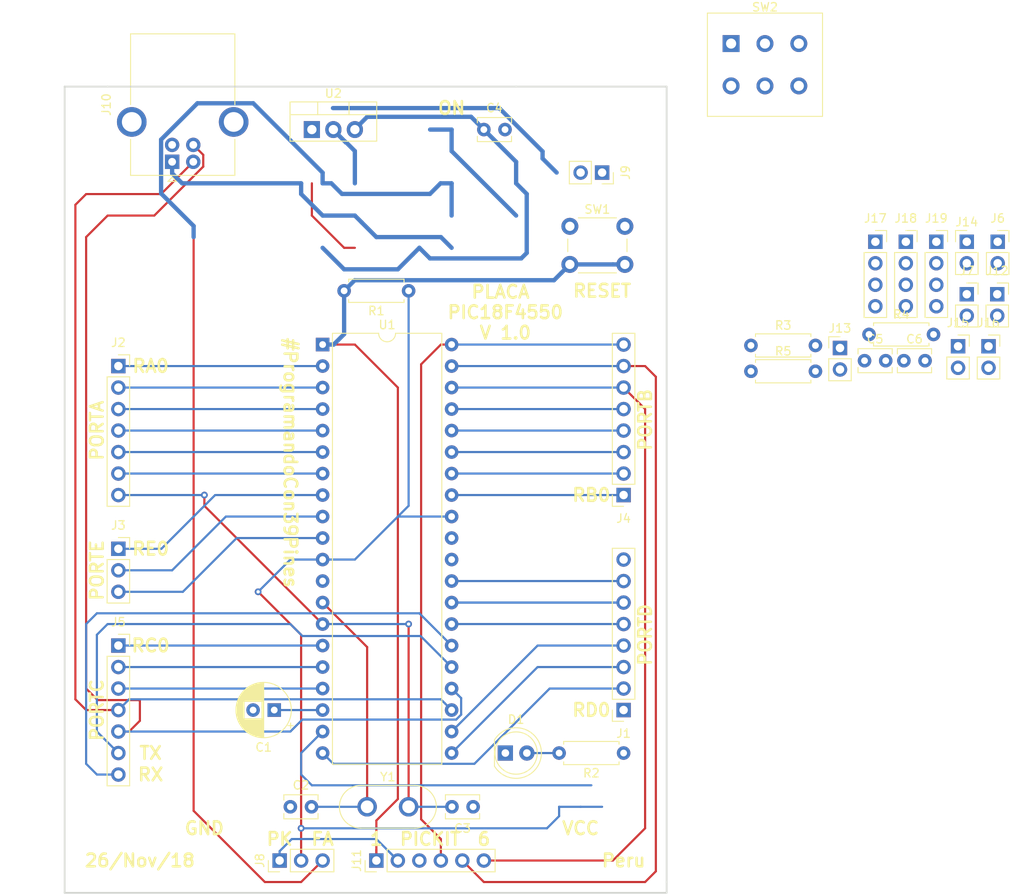
<source format=kicad_pcb>
(kicad_pcb (version 20171130) (host pcbnew "(5.0.0)")

  (general
    (thickness 1.6)
    (drawings 34)
    (tracks 210)
    (zones 0)
    (modules 36)
    (nets 51)
  )

  (page A4)
  (layers
    (0 F.Cu signal)
    (31 B.Cu signal)
    (32 B.Adhes user)
    (33 F.Adhes user)
    (34 B.Paste user)
    (35 F.Paste user)
    (36 B.SilkS user)
    (37 F.SilkS user)
    (38 B.Mask user)
    (39 F.Mask user)
    (40 Dwgs.User user)
    (41 Cmts.User user)
    (42 Eco1.User user)
    (43 Eco2.User user)
    (44 Edge.Cuts user)
    (45 Margin user)
    (46 B.CrtYd user)
    (47 F.CrtYd user)
    (48 B.Fab user)
    (49 F.Fab user)
  )

  (setup
    (last_trace_width 0.25)
    (user_trace_width 0.127)
    (user_trace_width 0.254)
    (user_trace_width 0.508)
    (user_trace_width 1)
    (user_trace_width 1.5)
    (trace_clearance 0.2)
    (zone_clearance 0.508)
    (zone_45_only no)
    (trace_min 0.127)
    (segment_width 0.2)
    (edge_width 0.15)
    (via_size 0.8)
    (via_drill 0.4)
    (via_min_size 0.5)
    (via_min_drill 0.4)
    (uvia_size 0.3)
    (uvia_drill 0.1)
    (uvias_allowed no)
    (uvia_min_size 0.2)
    (uvia_min_drill 0.1)
    (pcb_text_width 0.3)
    (pcb_text_size 1.5 1.5)
    (mod_edge_width 0.15)
    (mod_text_size 1 1)
    (mod_text_width 0.15)
    (pad_size 1.524 1.524)
    (pad_drill 0.762)
    (pad_to_mask_clearance 0.2)
    (aux_axis_origin 0 0)
    (visible_elements 7FFFFFFF)
    (pcbplotparams
      (layerselection 0x010fc_ffffffff)
      (usegerberextensions false)
      (usegerberattributes false)
      (usegerberadvancedattributes false)
      (creategerberjobfile false)
      (excludeedgelayer true)
      (linewidth 0.150000)
      (plotframeref false)
      (viasonmask false)
      (mode 1)
      (useauxorigin false)
      (hpglpennumber 1)
      (hpglpenspeed 20)
      (hpglpendiameter 15.000000)
      (psnegative false)
      (psa4output false)
      (plotreference true)
      (plotvalue true)
      (plotinvisibletext false)
      (padsonsilk false)
      (subtractmaskfromsilk false)
      (outputformat 1)
      (mirror false)
      (drillshape 0)
      (scaleselection 1)
      (outputdirectory "Gerber/"))
  )

  (net 0 "")
  (net 1 GND)
  (net 2 /OS1)
  (net 3 /OS2)
  (net 4 /Vc)
  (net 5 "Net-(D1-Pad2)")
  (net 6 "Net-(D4-Pad2)")
  (net 7 /RD0)
  (net 8 /RD1)
  (net 9 /RD2)
  (net 10 /RD3)
  (net 11 /RD4)
  (net 12 /RD5)
  (net 13 /RD6)
  (net 14 /RD7)
  (net 15 /RA5)
  (net 16 /RA4)
  (net 17 /RA3)
  (net 18 /RA2)
  (net 19 /RA1)
  (net 20 /RA0)
  (net 21 /RE0)
  (net 22 /RE1)
  (net 23 /RE2)
  (net 24 /RB7)
  (net 25 /RB6)
  (net 26 /RB5)
  (net 27 /RB4)
  (net 28 /RB3)
  (net 29 /RB2)
  (net 30 /RB1)
  (net 31 /RB0)
  (net 32 /RC0)
  (net 33 /RC1)
  (net 34 /RC2)
  (net 35 /RC4)
  (net 36 /RC5)
  (net 37 /RC6)
  (net 38 /RC7)
  (net 39 VCC)
  (net 40 /V+)
  (net 41 "Net-(J9-Pad1)")
  (net 42 /VUSB)
  (net 43 /MCLR)
  (net 44 "Net-(Q1-Pad2)")
  (net 45 "Net-(C1-Pad1)")
  (net 46 "Net-(C6-Pad1)")
  (net 47 "Net-(J13-Pad2)")
  (net 48 "Net-(J14-Pad1)")
  (net 49 "Net-(J15-Pad1)")
  (net 50 "Net-(J16-Pad2)")

  (net_class Default "Esta es la clase de red por defecto."
    (clearance 0.2)
    (trace_width 0.25)
    (via_dia 0.8)
    (via_drill 0.4)
    (uvia_dia 0.3)
    (uvia_drill 0.1)
    (add_net /MCLR)
    (add_net /OS1)
    (add_net /OS2)
    (add_net /RA0)
    (add_net /RA1)
    (add_net /RA2)
    (add_net /RA3)
    (add_net /RA4)
    (add_net /RA5)
    (add_net /RB0)
    (add_net /RB1)
    (add_net /RB2)
    (add_net /RB3)
    (add_net /RB4)
    (add_net /RB5)
    (add_net /RB6)
    (add_net /RB7)
    (add_net /RC0)
    (add_net /RC1)
    (add_net /RC2)
    (add_net /RC4)
    (add_net /RC5)
    (add_net /RC6)
    (add_net /RC7)
    (add_net /RD0)
    (add_net /RD1)
    (add_net /RD2)
    (add_net /RD3)
    (add_net /RD4)
    (add_net /RD5)
    (add_net /RD6)
    (add_net /RD7)
    (add_net /RE0)
    (add_net /RE1)
    (add_net /RE2)
    (add_net /V+)
    (add_net /VUSB)
    (add_net /Vc)
    (add_net GND)
    (add_net "Net-(C1-Pad1)")
    (add_net "Net-(C6-Pad1)")
    (add_net "Net-(D1-Pad2)")
    (add_net "Net-(D4-Pad2)")
    (add_net "Net-(J13-Pad2)")
    (add_net "Net-(J14-Pad1)")
    (add_net "Net-(J15-Pad1)")
    (add_net "Net-(J16-Pad2)")
    (add_net "Net-(J9-Pad1)")
    (add_net "Net-(Q1-Pad2)")
    (add_net VCC)
  )

  (module Capacitor_THT:C_Disc_D3.8mm_W2.6mm_P2.50mm (layer F.Cu) (tedit 5AE50EF0) (tstamp 5C38E754)
    (at 78.74 147.32)
    (descr "C, Disc series, Radial, pin pitch=2.50mm, , diameter*width=3.8*2.6mm^2, Capacitor, http://www.vishay.com/docs/45233/krseries.pdf")
    (tags "C Disc series Radial pin pitch 2.50mm  diameter 3.8mm width 2.6mm Capacitor")
    (path /5C108411)
    (fp_text reference C2 (at 1.25 -2.55) (layer F.SilkS)
      (effects (font (size 1 1) (thickness 0.15)))
    )
    (fp_text value 15pF (at 1.25 2.55) (layer F.Fab)
      (effects (font (size 1 1) (thickness 0.15)))
    )
    (fp_text user %R (at 1.25 0) (layer F.Fab)
      (effects (font (size 0.76 0.76) (thickness 0.114)))
    )
    (fp_line (start 3.55 -1.55) (end -1.05 -1.55) (layer F.CrtYd) (width 0.05))
    (fp_line (start 3.55 1.55) (end 3.55 -1.55) (layer F.CrtYd) (width 0.05))
    (fp_line (start -1.05 1.55) (end 3.55 1.55) (layer F.CrtYd) (width 0.05))
    (fp_line (start -1.05 -1.55) (end -1.05 1.55) (layer F.CrtYd) (width 0.05))
    (fp_line (start 3.27 0.795) (end 3.27 1.42) (layer F.SilkS) (width 0.12))
    (fp_line (start 3.27 -1.42) (end 3.27 -0.795) (layer F.SilkS) (width 0.12))
    (fp_line (start -0.77 0.795) (end -0.77 1.42) (layer F.SilkS) (width 0.12))
    (fp_line (start -0.77 -1.42) (end -0.77 -0.795) (layer F.SilkS) (width 0.12))
    (fp_line (start -0.77 1.42) (end 3.27 1.42) (layer F.SilkS) (width 0.12))
    (fp_line (start -0.77 -1.42) (end 3.27 -1.42) (layer F.SilkS) (width 0.12))
    (fp_line (start 3.15 -1.3) (end -0.65 -1.3) (layer F.Fab) (width 0.1))
    (fp_line (start 3.15 1.3) (end 3.15 -1.3) (layer F.Fab) (width 0.1))
    (fp_line (start -0.65 1.3) (end 3.15 1.3) (layer F.Fab) (width 0.1))
    (fp_line (start -0.65 -1.3) (end -0.65 1.3) (layer F.Fab) (width 0.1))
    (pad 2 thru_hole circle (at 2.5 0) (size 1.6 1.6) (drill 0.8) (layers *.Cu *.Mask)
      (net 2 /OS1))
    (pad 1 thru_hole circle (at 0 0) (size 1.6 1.6) (drill 0.8) (layers *.Cu *.Mask)
      (net 1 GND))
    (model ${KISYS3DMOD}/Capacitor_THT.3dshapes/C_Disc_D3.8mm_W2.6mm_P2.50mm.wrl
      (at (xyz 0 0 0))
      (scale (xyz 1 1 1))
      (rotate (xyz 0 0 0))
    )
  )

  (module Capacitor_THT:C_Disc_D3.8mm_W2.6mm_P2.50mm (layer F.Cu) (tedit 5AE50EF0) (tstamp 5C38E769)
    (at 100.33 147.32 180)
    (descr "C, Disc series, Radial, pin pitch=2.50mm, , diameter*width=3.8*2.6mm^2, Capacitor, http://www.vishay.com/docs/45233/krseries.pdf")
    (tags "C Disc series Radial pin pitch 2.50mm  diameter 3.8mm width 2.6mm Capacitor")
    (path /5C108481)
    (fp_text reference C3 (at 1.25 -2.55 180) (layer F.SilkS)
      (effects (font (size 1 1) (thickness 0.15)))
    )
    (fp_text value 15pF (at 1.25 2.55 180) (layer F.Fab)
      (effects (font (size 1 1) (thickness 0.15)))
    )
    (fp_line (start -0.65 -1.3) (end -0.65 1.3) (layer F.Fab) (width 0.1))
    (fp_line (start -0.65 1.3) (end 3.15 1.3) (layer F.Fab) (width 0.1))
    (fp_line (start 3.15 1.3) (end 3.15 -1.3) (layer F.Fab) (width 0.1))
    (fp_line (start 3.15 -1.3) (end -0.65 -1.3) (layer F.Fab) (width 0.1))
    (fp_line (start -0.77 -1.42) (end 3.27 -1.42) (layer F.SilkS) (width 0.12))
    (fp_line (start -0.77 1.42) (end 3.27 1.42) (layer F.SilkS) (width 0.12))
    (fp_line (start -0.77 -1.42) (end -0.77 -0.795) (layer F.SilkS) (width 0.12))
    (fp_line (start -0.77 0.795) (end -0.77 1.42) (layer F.SilkS) (width 0.12))
    (fp_line (start 3.27 -1.42) (end 3.27 -0.795) (layer F.SilkS) (width 0.12))
    (fp_line (start 3.27 0.795) (end 3.27 1.42) (layer F.SilkS) (width 0.12))
    (fp_line (start -1.05 -1.55) (end -1.05 1.55) (layer F.CrtYd) (width 0.05))
    (fp_line (start -1.05 1.55) (end 3.55 1.55) (layer F.CrtYd) (width 0.05))
    (fp_line (start 3.55 1.55) (end 3.55 -1.55) (layer F.CrtYd) (width 0.05))
    (fp_line (start 3.55 -1.55) (end -1.05 -1.55) (layer F.CrtYd) (width 0.05))
    (fp_text user %R (at 1.25 0 180) (layer F.Fab)
      (effects (font (size 0.76 0.76) (thickness 0.114)))
    )
    (pad 1 thru_hole circle (at 0 0 180) (size 1.6 1.6) (drill 0.8) (layers *.Cu *.Mask)
      (net 1 GND))
    (pad 2 thru_hole circle (at 2.5 0 180) (size 1.6 1.6) (drill 0.8) (layers *.Cu *.Mask)
      (net 3 /OS2))
    (model ${KISYS3DMOD}/Capacitor_THT.3dshapes/C_Disc_D3.8mm_W2.6mm_P2.50mm.wrl
      (at (xyz 0 0 0))
      (scale (xyz 1 1 1))
      (rotate (xyz 0 0 0))
    )
  )

  (module Capacitor_THT:C_Disc_D3.8mm_W2.6mm_P2.50mm (layer F.Cu) (tedit 5AE50EF0) (tstamp 5C38E77E)
    (at 101.6 67.31)
    (descr "C, Disc series, Radial, pin pitch=2.50mm, , diameter*width=3.8*2.6mm^2, Capacitor, http://www.vishay.com/docs/45233/krseries.pdf")
    (tags "C Disc series Radial pin pitch 2.50mm  diameter 3.8mm width 2.6mm Capacitor")
    (path /5C0772AA)
    (fp_text reference C4 (at 1.25 -2.55) (layer F.SilkS)
      (effects (font (size 1 1) (thickness 0.15)))
    )
    (fp_text value 100nF (at 1.25 2.55) (layer F.Fab)
      (effects (font (size 1 1) (thickness 0.15)))
    )
    (fp_line (start -0.65 -1.3) (end -0.65 1.3) (layer F.Fab) (width 0.1))
    (fp_line (start -0.65 1.3) (end 3.15 1.3) (layer F.Fab) (width 0.1))
    (fp_line (start 3.15 1.3) (end 3.15 -1.3) (layer F.Fab) (width 0.1))
    (fp_line (start 3.15 -1.3) (end -0.65 -1.3) (layer F.Fab) (width 0.1))
    (fp_line (start -0.77 -1.42) (end 3.27 -1.42) (layer F.SilkS) (width 0.12))
    (fp_line (start -0.77 1.42) (end 3.27 1.42) (layer F.SilkS) (width 0.12))
    (fp_line (start -0.77 -1.42) (end -0.77 -0.795) (layer F.SilkS) (width 0.12))
    (fp_line (start -0.77 0.795) (end -0.77 1.42) (layer F.SilkS) (width 0.12))
    (fp_line (start 3.27 -1.42) (end 3.27 -0.795) (layer F.SilkS) (width 0.12))
    (fp_line (start 3.27 0.795) (end 3.27 1.42) (layer F.SilkS) (width 0.12))
    (fp_line (start -1.05 -1.55) (end -1.05 1.55) (layer F.CrtYd) (width 0.05))
    (fp_line (start -1.05 1.55) (end 3.55 1.55) (layer F.CrtYd) (width 0.05))
    (fp_line (start 3.55 1.55) (end 3.55 -1.55) (layer F.CrtYd) (width 0.05))
    (fp_line (start 3.55 -1.55) (end -1.05 -1.55) (layer F.CrtYd) (width 0.05))
    (fp_text user %R (at 1.25 0) (layer F.Fab)
      (effects (font (size 0.76 0.76) (thickness 0.114)))
    )
    (pad 1 thru_hole circle (at 0 0) (size 1.6 1.6) (drill 0.8) (layers *.Cu *.Mask)
      (net 4 /Vc))
    (pad 2 thru_hole circle (at 2.5 0) (size 1.6 1.6) (drill 0.8) (layers *.Cu *.Mask)
      (net 1 GND))
    (model ${KISYS3DMOD}/Capacitor_THT.3dshapes/C_Disc_D3.8mm_W2.6mm_P2.50mm.wrl
      (at (xyz 0 0 0))
      (scale (xyz 1 1 1))
      (rotate (xyz 0 0 0))
    )
  )

  (module LED_THT:LED_D5.0mm (layer F.Cu) (tedit 5995936A) (tstamp 5C38E865)
    (at 104.14 140.97)
    (descr "LED, diameter 5.0mm, 2 pins, http://cdn-reichelt.de/documents/datenblatt/A500/LL-504BC2E-009.pdf")
    (tags "LED diameter 5.0mm 2 pins")
    (path /5C139B76)
    (fp_text reference D1 (at 1.27 -3.96) (layer F.SilkS)
      (effects (font (size 1 1) (thickness 0.15)))
    )
    (fp_text value LED (at 1.27 3.96) (layer F.Fab)
      (effects (font (size 1 1) (thickness 0.15)))
    )
    (fp_arc (start 1.27 0) (end -1.23 -1.469694) (angle 299.1) (layer F.Fab) (width 0.1))
    (fp_arc (start 1.27 0) (end -1.29 -1.54483) (angle 148.9) (layer F.SilkS) (width 0.12))
    (fp_arc (start 1.27 0) (end -1.29 1.54483) (angle -148.9) (layer F.SilkS) (width 0.12))
    (fp_circle (center 1.27 0) (end 3.77 0) (layer F.Fab) (width 0.1))
    (fp_circle (center 1.27 0) (end 3.77 0) (layer F.SilkS) (width 0.12))
    (fp_line (start -1.23 -1.469694) (end -1.23 1.469694) (layer F.Fab) (width 0.1))
    (fp_line (start -1.29 -1.545) (end -1.29 1.545) (layer F.SilkS) (width 0.12))
    (fp_line (start -1.95 -3.25) (end -1.95 3.25) (layer F.CrtYd) (width 0.05))
    (fp_line (start -1.95 3.25) (end 4.5 3.25) (layer F.CrtYd) (width 0.05))
    (fp_line (start 4.5 3.25) (end 4.5 -3.25) (layer F.CrtYd) (width 0.05))
    (fp_line (start 4.5 -3.25) (end -1.95 -3.25) (layer F.CrtYd) (width 0.05))
    (fp_text user %R (at 1.25 0) (layer F.Fab)
      (effects (font (size 0.8 0.8) (thickness 0.2)))
    )
    (pad 1 thru_hole rect (at 0 0) (size 1.8 1.8) (drill 0.9) (layers *.Cu *.Mask)
      (net 1 GND))
    (pad 2 thru_hole circle (at 2.54 0) (size 1.8 1.8) (drill 0.9) (layers *.Cu *.Mask)
      (net 5 "Net-(D1-Pad2)"))
    (model ${KISYS3DMOD}/LED_THT.3dshapes/LED_D5.0mm.wrl
      (at (xyz 0 0 0))
      (scale (xyz 1 1 1))
      (rotate (xyz 0 0 0))
    )
  )

  (module Connector_PinSocket_2.54mm:PinSocket_1x08_P2.54mm_Vertical (layer F.Cu) (tedit 5A19A420) (tstamp 5C38E8D1)
    (at 118.11 135.89 180)
    (descr "Through hole straight socket strip, 1x08, 2.54mm pitch, single row (from Kicad 4.0.7), script generated")
    (tags "Through hole socket strip THT 1x08 2.54mm single row")
    (path /5BFE0B28)
    (fp_text reference J1 (at 0 -2.77 180) (layer F.SilkS)
      (effects (font (size 1 1) (thickness 0.15)))
    )
    (fp_text value PORTD (at 0 20.55 180) (layer F.Fab)
      (effects (font (size 1 1) (thickness 0.15)))
    )
    (fp_line (start -1.27 -1.27) (end 0.635 -1.27) (layer F.Fab) (width 0.1))
    (fp_line (start 0.635 -1.27) (end 1.27 -0.635) (layer F.Fab) (width 0.1))
    (fp_line (start 1.27 -0.635) (end 1.27 19.05) (layer F.Fab) (width 0.1))
    (fp_line (start 1.27 19.05) (end -1.27 19.05) (layer F.Fab) (width 0.1))
    (fp_line (start -1.27 19.05) (end -1.27 -1.27) (layer F.Fab) (width 0.1))
    (fp_line (start -1.33 1.27) (end 1.33 1.27) (layer F.SilkS) (width 0.12))
    (fp_line (start -1.33 1.27) (end -1.33 19.11) (layer F.SilkS) (width 0.12))
    (fp_line (start -1.33 19.11) (end 1.33 19.11) (layer F.SilkS) (width 0.12))
    (fp_line (start 1.33 1.27) (end 1.33 19.11) (layer F.SilkS) (width 0.12))
    (fp_line (start 1.33 -1.33) (end 1.33 0) (layer F.SilkS) (width 0.12))
    (fp_line (start 0 -1.33) (end 1.33 -1.33) (layer F.SilkS) (width 0.12))
    (fp_line (start -1.8 -1.8) (end 1.75 -1.8) (layer F.CrtYd) (width 0.05))
    (fp_line (start 1.75 -1.8) (end 1.75 19.55) (layer F.CrtYd) (width 0.05))
    (fp_line (start 1.75 19.55) (end -1.8 19.55) (layer F.CrtYd) (width 0.05))
    (fp_line (start -1.8 19.55) (end -1.8 -1.8) (layer F.CrtYd) (width 0.05))
    (fp_text user %R (at 0 8.89 270) (layer F.Fab)
      (effects (font (size 1 1) (thickness 0.15)))
    )
    (pad 1 thru_hole rect (at 0 0 180) (size 1.7 1.7) (drill 1) (layers *.Cu *.Mask)
      (net 7 /RD0))
    (pad 2 thru_hole oval (at 0 2.54 180) (size 1.7 1.7) (drill 1) (layers *.Cu *.Mask)
      (net 8 /RD1))
    (pad 3 thru_hole oval (at 0 5.08 180) (size 1.7 1.7) (drill 1) (layers *.Cu *.Mask)
      (net 9 /RD2))
    (pad 4 thru_hole oval (at 0 7.62 180) (size 1.7 1.7) (drill 1) (layers *.Cu *.Mask)
      (net 10 /RD3))
    (pad 5 thru_hole oval (at 0 10.16 180) (size 1.7 1.7) (drill 1) (layers *.Cu *.Mask)
      (net 11 /RD4))
    (pad 6 thru_hole oval (at 0 12.7 180) (size 1.7 1.7) (drill 1) (layers *.Cu *.Mask)
      (net 12 /RD5))
    (pad 7 thru_hole oval (at 0 15.24 180) (size 1.7 1.7) (drill 1) (layers *.Cu *.Mask)
      (net 13 /RD6))
    (pad 8 thru_hole oval (at 0 17.78 180) (size 1.7 1.7) (drill 1) (layers *.Cu *.Mask)
      (net 14 /RD7))
    (model ${KISYS3DMOD}/Connector_PinSocket_2.54mm.3dshapes/PinSocket_1x08_P2.54mm_Vertical.wrl
      (at (xyz 0 0 0))
      (scale (xyz 1 1 1))
      (rotate (xyz 0 0 0))
    )
  )

  (module Connector_PinSocket_2.54mm:PinSocket_1x07_P2.54mm_Vertical (layer F.Cu) (tedit 5A19A433) (tstamp 5C38E8EC)
    (at 58.42 95.25)
    (descr "Through hole straight socket strip, 1x07, 2.54mm pitch, single row (from Kicad 4.0.7), script generated")
    (tags "Through hole socket strip THT 1x07 2.54mm single row")
    (path /5BFE0BB6)
    (fp_text reference J2 (at 0 -2.77) (layer F.SilkS)
      (effects (font (size 1 1) (thickness 0.15)))
    )
    (fp_text value PORTA (at 0 18.01) (layer F.Fab)
      (effects (font (size 1 1) (thickness 0.15)))
    )
    (fp_text user %R (at 0 7.62 90) (layer F.Fab)
      (effects (font (size 1 1) (thickness 0.15)))
    )
    (fp_line (start -1.8 17) (end -1.8 -1.8) (layer F.CrtYd) (width 0.05))
    (fp_line (start 1.75 17) (end -1.8 17) (layer F.CrtYd) (width 0.05))
    (fp_line (start 1.75 -1.8) (end 1.75 17) (layer F.CrtYd) (width 0.05))
    (fp_line (start -1.8 -1.8) (end 1.75 -1.8) (layer F.CrtYd) (width 0.05))
    (fp_line (start 0 -1.33) (end 1.33 -1.33) (layer F.SilkS) (width 0.12))
    (fp_line (start 1.33 -1.33) (end 1.33 0) (layer F.SilkS) (width 0.12))
    (fp_line (start 1.33 1.27) (end 1.33 16.57) (layer F.SilkS) (width 0.12))
    (fp_line (start -1.33 16.57) (end 1.33 16.57) (layer F.SilkS) (width 0.12))
    (fp_line (start -1.33 1.27) (end -1.33 16.57) (layer F.SilkS) (width 0.12))
    (fp_line (start -1.33 1.27) (end 1.33 1.27) (layer F.SilkS) (width 0.12))
    (fp_line (start -1.27 16.51) (end -1.27 -1.27) (layer F.Fab) (width 0.1))
    (fp_line (start 1.27 16.51) (end -1.27 16.51) (layer F.Fab) (width 0.1))
    (fp_line (start 1.27 -0.635) (end 1.27 16.51) (layer F.Fab) (width 0.1))
    (fp_line (start 0.635 -1.27) (end 1.27 -0.635) (layer F.Fab) (width 0.1))
    (fp_line (start -1.27 -1.27) (end 0.635 -1.27) (layer F.Fab) (width 0.1))
    (pad 7 thru_hole oval (at 0 15.24) (size 1.7 1.7) (drill 1) (layers *.Cu *.Mask)
      (net 3 /OS2))
    (pad 6 thru_hole oval (at 0 12.7) (size 1.7 1.7) (drill 1) (layers *.Cu *.Mask)
      (net 15 /RA5))
    (pad 5 thru_hole oval (at 0 10.16) (size 1.7 1.7) (drill 1) (layers *.Cu *.Mask)
      (net 16 /RA4))
    (pad 4 thru_hole oval (at 0 7.62) (size 1.7 1.7) (drill 1) (layers *.Cu *.Mask)
      (net 17 /RA3))
    (pad 3 thru_hole oval (at 0 5.08) (size 1.7 1.7) (drill 1) (layers *.Cu *.Mask)
      (net 18 /RA2))
    (pad 2 thru_hole oval (at 0 2.54) (size 1.7 1.7) (drill 1) (layers *.Cu *.Mask)
      (net 19 /RA1))
    (pad 1 thru_hole rect (at 0 0) (size 1.7 1.7) (drill 1) (layers *.Cu *.Mask)
      (net 20 /RA0))
    (model ${KISYS3DMOD}/Connector_PinSocket_2.54mm.3dshapes/PinSocket_1x07_P2.54mm_Vertical.wrl
      (at (xyz 0 0 0))
      (scale (xyz 1 1 1))
      (rotate (xyz 0 0 0))
    )
  )

  (module Connector_PinSocket_2.54mm:PinSocket_1x03_P2.54mm_Vertical (layer F.Cu) (tedit 5A19A429) (tstamp 5C38E903)
    (at 58.42 116.84)
    (descr "Through hole straight socket strip, 1x03, 2.54mm pitch, single row (from Kicad 4.0.7), script generated")
    (tags "Through hole socket strip THT 1x03 2.54mm single row")
    (path /5BFE0C2F)
    (fp_text reference J3 (at 0 -2.77) (layer F.SilkS)
      (effects (font (size 1 1) (thickness 0.15)))
    )
    (fp_text value PORTE (at 0 7.85) (layer F.Fab)
      (effects (font (size 1 1) (thickness 0.15)))
    )
    (fp_line (start -1.27 -1.27) (end 0.635 -1.27) (layer F.Fab) (width 0.1))
    (fp_line (start 0.635 -1.27) (end 1.27 -0.635) (layer F.Fab) (width 0.1))
    (fp_line (start 1.27 -0.635) (end 1.27 6.35) (layer F.Fab) (width 0.1))
    (fp_line (start 1.27 6.35) (end -1.27 6.35) (layer F.Fab) (width 0.1))
    (fp_line (start -1.27 6.35) (end -1.27 -1.27) (layer F.Fab) (width 0.1))
    (fp_line (start -1.33 1.27) (end 1.33 1.27) (layer F.SilkS) (width 0.12))
    (fp_line (start -1.33 1.27) (end -1.33 6.41) (layer F.SilkS) (width 0.12))
    (fp_line (start -1.33 6.41) (end 1.33 6.41) (layer F.SilkS) (width 0.12))
    (fp_line (start 1.33 1.27) (end 1.33 6.41) (layer F.SilkS) (width 0.12))
    (fp_line (start 1.33 -1.33) (end 1.33 0) (layer F.SilkS) (width 0.12))
    (fp_line (start 0 -1.33) (end 1.33 -1.33) (layer F.SilkS) (width 0.12))
    (fp_line (start -1.8 -1.8) (end 1.75 -1.8) (layer F.CrtYd) (width 0.05))
    (fp_line (start 1.75 -1.8) (end 1.75 6.85) (layer F.CrtYd) (width 0.05))
    (fp_line (start 1.75 6.85) (end -1.8 6.85) (layer F.CrtYd) (width 0.05))
    (fp_line (start -1.8 6.85) (end -1.8 -1.8) (layer F.CrtYd) (width 0.05))
    (fp_text user %R (at 0 2.54 90) (layer F.Fab)
      (effects (font (size 1 1) (thickness 0.15)))
    )
    (pad 1 thru_hole rect (at 0 0) (size 1.7 1.7) (drill 1) (layers *.Cu *.Mask)
      (net 21 /RE0))
    (pad 2 thru_hole oval (at 0 2.54) (size 1.7 1.7) (drill 1) (layers *.Cu *.Mask)
      (net 22 /RE1))
    (pad 3 thru_hole oval (at 0 5.08) (size 1.7 1.7) (drill 1) (layers *.Cu *.Mask)
      (net 23 /RE2))
    (model ${KISYS3DMOD}/Connector_PinSocket_2.54mm.3dshapes/PinSocket_1x03_P2.54mm_Vertical.wrl
      (at (xyz 0 0 0))
      (scale (xyz 1 1 1))
      (rotate (xyz 0 0 0))
    )
  )

  (module Connector_PinSocket_2.54mm:PinSocket_1x08_P2.54mm_Vertical (layer F.Cu) (tedit 5A19A420) (tstamp 5C38E91F)
    (at 118.11 110.49 180)
    (descr "Through hole straight socket strip, 1x08, 2.54mm pitch, single row (from Kicad 4.0.7), script generated")
    (tags "Through hole socket strip THT 1x08 2.54mm single row")
    (path /5BFE0B56)
    (fp_text reference J4 (at 0 -2.77 180) (layer F.SilkS)
      (effects (font (size 1 1) (thickness 0.15)))
    )
    (fp_text value PORTB (at 0 20.55 180) (layer F.Fab)
      (effects (font (size 1 1) (thickness 0.15)))
    )
    (fp_text user %R (at 0 8.89 270) (layer F.Fab)
      (effects (font (size 1 1) (thickness 0.15)))
    )
    (fp_line (start -1.8 19.55) (end -1.8 -1.8) (layer F.CrtYd) (width 0.05))
    (fp_line (start 1.75 19.55) (end -1.8 19.55) (layer F.CrtYd) (width 0.05))
    (fp_line (start 1.75 -1.8) (end 1.75 19.55) (layer F.CrtYd) (width 0.05))
    (fp_line (start -1.8 -1.8) (end 1.75 -1.8) (layer F.CrtYd) (width 0.05))
    (fp_line (start 0 -1.33) (end 1.33 -1.33) (layer F.SilkS) (width 0.12))
    (fp_line (start 1.33 -1.33) (end 1.33 0) (layer F.SilkS) (width 0.12))
    (fp_line (start 1.33 1.27) (end 1.33 19.11) (layer F.SilkS) (width 0.12))
    (fp_line (start -1.33 19.11) (end 1.33 19.11) (layer F.SilkS) (width 0.12))
    (fp_line (start -1.33 1.27) (end -1.33 19.11) (layer F.SilkS) (width 0.12))
    (fp_line (start -1.33 1.27) (end 1.33 1.27) (layer F.SilkS) (width 0.12))
    (fp_line (start -1.27 19.05) (end -1.27 -1.27) (layer F.Fab) (width 0.1))
    (fp_line (start 1.27 19.05) (end -1.27 19.05) (layer F.Fab) (width 0.1))
    (fp_line (start 1.27 -0.635) (end 1.27 19.05) (layer F.Fab) (width 0.1))
    (fp_line (start 0.635 -1.27) (end 1.27 -0.635) (layer F.Fab) (width 0.1))
    (fp_line (start -1.27 -1.27) (end 0.635 -1.27) (layer F.Fab) (width 0.1))
    (pad 8 thru_hole oval (at 0 17.78 180) (size 1.7 1.7) (drill 1) (layers *.Cu *.Mask)
      (net 24 /RB7))
    (pad 7 thru_hole oval (at 0 15.24 180) (size 1.7 1.7) (drill 1) (layers *.Cu *.Mask)
      (net 25 /RB6))
    (pad 6 thru_hole oval (at 0 12.7 180) (size 1.7 1.7) (drill 1) (layers *.Cu *.Mask)
      (net 26 /RB5))
    (pad 5 thru_hole oval (at 0 10.16 180) (size 1.7 1.7) (drill 1) (layers *.Cu *.Mask)
      (net 27 /RB4))
    (pad 4 thru_hole oval (at 0 7.62 180) (size 1.7 1.7) (drill 1) (layers *.Cu *.Mask)
      (net 28 /RB3))
    (pad 3 thru_hole oval (at 0 5.08 180) (size 1.7 1.7) (drill 1) (layers *.Cu *.Mask)
      (net 29 /RB2))
    (pad 2 thru_hole oval (at 0 2.54 180) (size 1.7 1.7) (drill 1) (layers *.Cu *.Mask)
      (net 30 /RB1))
    (pad 1 thru_hole rect (at 0 0 180) (size 1.7 1.7) (drill 1) (layers *.Cu *.Mask)
      (net 31 /RB0))
    (model ${KISYS3DMOD}/Connector_PinSocket_2.54mm.3dshapes/PinSocket_1x08_P2.54mm_Vertical.wrl
      (at (xyz 0 0 0))
      (scale (xyz 1 1 1))
      (rotate (xyz 0 0 0))
    )
  )

  (module Connector_PinSocket_2.54mm:PinSocket_1x07_P2.54mm_Vertical (layer F.Cu) (tedit 5A19A433) (tstamp 5C38E93A)
    (at 58.42 128.27)
    (descr "Through hole straight socket strip, 1x07, 2.54mm pitch, single row (from Kicad 4.0.7), script generated")
    (tags "Through hole socket strip THT 1x07 2.54mm single row")
    (path /5BFE0C65)
    (fp_text reference J5 (at 0 -2.77) (layer F.SilkS)
      (effects (font (size 1 1) (thickness 0.15)))
    )
    (fp_text value PORTC (at 0 18.01) (layer F.Fab)
      (effects (font (size 1 1) (thickness 0.15)))
    )
    (fp_line (start -1.27 -1.27) (end 0.635 -1.27) (layer F.Fab) (width 0.1))
    (fp_line (start 0.635 -1.27) (end 1.27 -0.635) (layer F.Fab) (width 0.1))
    (fp_line (start 1.27 -0.635) (end 1.27 16.51) (layer F.Fab) (width 0.1))
    (fp_line (start 1.27 16.51) (end -1.27 16.51) (layer F.Fab) (width 0.1))
    (fp_line (start -1.27 16.51) (end -1.27 -1.27) (layer F.Fab) (width 0.1))
    (fp_line (start -1.33 1.27) (end 1.33 1.27) (layer F.SilkS) (width 0.12))
    (fp_line (start -1.33 1.27) (end -1.33 16.57) (layer F.SilkS) (width 0.12))
    (fp_line (start -1.33 16.57) (end 1.33 16.57) (layer F.SilkS) (width 0.12))
    (fp_line (start 1.33 1.27) (end 1.33 16.57) (layer F.SilkS) (width 0.12))
    (fp_line (start 1.33 -1.33) (end 1.33 0) (layer F.SilkS) (width 0.12))
    (fp_line (start 0 -1.33) (end 1.33 -1.33) (layer F.SilkS) (width 0.12))
    (fp_line (start -1.8 -1.8) (end 1.75 -1.8) (layer F.CrtYd) (width 0.05))
    (fp_line (start 1.75 -1.8) (end 1.75 17) (layer F.CrtYd) (width 0.05))
    (fp_line (start 1.75 17) (end -1.8 17) (layer F.CrtYd) (width 0.05))
    (fp_line (start -1.8 17) (end -1.8 -1.8) (layer F.CrtYd) (width 0.05))
    (fp_text user %R (at 0 7.62 90) (layer F.Fab)
      (effects (font (size 1 1) (thickness 0.15)))
    )
    (pad 1 thru_hole rect (at 0 0) (size 1.7 1.7) (drill 1) (layers *.Cu *.Mask)
      (net 32 /RC0))
    (pad 2 thru_hole oval (at 0 2.54) (size 1.7 1.7) (drill 1) (layers *.Cu *.Mask)
      (net 33 /RC1))
    (pad 3 thru_hole oval (at 0 5.08) (size 1.7 1.7) (drill 1) (layers *.Cu *.Mask)
      (net 34 /RC2))
    (pad 4 thru_hole oval (at 0 7.62) (size 1.7 1.7) (drill 1) (layers *.Cu *.Mask)
      (net 35 /RC4))
    (pad 5 thru_hole oval (at 0 10.16) (size 1.7 1.7) (drill 1) (layers *.Cu *.Mask)
      (net 36 /RC5))
    (pad 6 thru_hole oval (at 0 12.7) (size 1.7 1.7) (drill 1) (layers *.Cu *.Mask)
      (net 37 /RC6))
    (pad 7 thru_hole oval (at 0 15.24) (size 1.7 1.7) (drill 1) (layers *.Cu *.Mask)
      (net 38 /RC7))
    (model ${KISYS3DMOD}/Connector_PinSocket_2.54mm.3dshapes/PinSocket_1x07_P2.54mm_Vertical.wrl
      (at (xyz 0 0 0))
      (scale (xyz 1 1 1))
      (rotate (xyz 0 0 0))
    )
  )

  (module Connector_PinHeader_2.54mm:PinHeader_1x03_P2.54mm_Vertical (layer F.Cu) (tedit 59FED5CC) (tstamp 5C38E97F)
    (at 77.47 153.67 90)
    (descr "Through hole straight pin header, 1x03, 2.54mm pitch, single row")
    (tags "Through hole pin header THT 1x03 2.54mm single row")
    (path /5C12F45E)
    (fp_text reference J8 (at 0 -2.33 90) (layer F.SilkS)
      (effects (font (size 1 1) (thickness 0.15)))
    )
    (fp_text value Volt (at 0 7.41 90) (layer F.Fab)
      (effects (font (size 1 1) (thickness 0.15)))
    )
    (fp_line (start -0.635 -1.27) (end 1.27 -1.27) (layer F.Fab) (width 0.1))
    (fp_line (start 1.27 -1.27) (end 1.27 6.35) (layer F.Fab) (width 0.1))
    (fp_line (start 1.27 6.35) (end -1.27 6.35) (layer F.Fab) (width 0.1))
    (fp_line (start -1.27 6.35) (end -1.27 -0.635) (layer F.Fab) (width 0.1))
    (fp_line (start -1.27 -0.635) (end -0.635 -1.27) (layer F.Fab) (width 0.1))
    (fp_line (start -1.33 6.41) (end 1.33 6.41) (layer F.SilkS) (width 0.12))
    (fp_line (start -1.33 1.27) (end -1.33 6.41) (layer F.SilkS) (width 0.12))
    (fp_line (start 1.33 1.27) (end 1.33 6.41) (layer F.SilkS) (width 0.12))
    (fp_line (start -1.33 1.27) (end 1.33 1.27) (layer F.SilkS) (width 0.12))
    (fp_line (start -1.33 0) (end -1.33 -1.33) (layer F.SilkS) (width 0.12))
    (fp_line (start -1.33 -1.33) (end 0 -1.33) (layer F.SilkS) (width 0.12))
    (fp_line (start -1.8 -1.8) (end -1.8 6.85) (layer F.CrtYd) (width 0.05))
    (fp_line (start -1.8 6.85) (end 1.8 6.85) (layer F.CrtYd) (width 0.05))
    (fp_line (start 1.8 6.85) (end 1.8 -1.8) (layer F.CrtYd) (width 0.05))
    (fp_line (start 1.8 -1.8) (end -1.8 -1.8) (layer F.CrtYd) (width 0.05))
    (fp_text user %R (at 0 2.54 180) (layer F.Fab)
      (effects (font (size 1 1) (thickness 0.15)))
    )
    (pad 1 thru_hole rect (at 0 0 90) (size 1.7 1.7) (drill 1) (layers *.Cu *.Mask)
      (net 40 /V+))
    (pad 2 thru_hole oval (at 0 2.54 90) (size 1.7 1.7) (drill 1) (layers *.Cu *.Mask)
      (net 39 VCC))
    (pad 3 thru_hole oval (at 0 5.08 90) (size 1.7 1.7) (drill 1) (layers *.Cu *.Mask)
      (net 4 /Vc))
    (model ${KISYS3DMOD}/Connector_PinHeader_2.54mm.3dshapes/PinHeader_1x03_P2.54mm_Vertical.wrl
      (at (xyz 0 0 0))
      (scale (xyz 1 1 1))
      (rotate (xyz 0 0 0))
    )
  )

  (module Connector_USB:USB_B_OST_USB-B1HSxx_Horizontal (layer F.Cu) (tedit 5AFE01FF) (tstamp 5C38E9BA)
    (at 64.77 71.12 90)
    (descr "USB B receptacle, Horizontal, through-hole, http://www.on-shore.com/wp-content/uploads/2015/09/usb-b1hsxx.pdf")
    (tags "USB-B receptacle horizontal through-hole")
    (path /5C021272)
    (fp_text reference J10 (at 6.76 -7.77 90) (layer F.SilkS)
      (effects (font (size 1 1) (thickness 0.15)))
    )
    (fp_text value USB_B (at 6.76 10.27 90) (layer F.Fab)
      (effects (font (size 1 1) (thickness 0.15)))
    )
    (fp_line (start -0.49 -4.8) (end 15.01 -4.8) (layer F.Fab) (width 0.1))
    (fp_line (start 15.01 -4.8) (end 15.01 7.3) (layer F.Fab) (width 0.1))
    (fp_line (start 15.01 7.3) (end -1.49 7.3) (layer F.Fab) (width 0.1))
    (fp_line (start -1.49 7.3) (end -1.49 -3.8) (layer F.Fab) (width 0.1))
    (fp_line (start -1.49 -3.8) (end -0.49 -4.8) (layer F.Fab) (width 0.1))
    (fp_line (start 2.66 -4.91) (end -1.6 -4.91) (layer F.SilkS) (width 0.12))
    (fp_line (start -1.6 -4.91) (end -1.6 7.41) (layer F.SilkS) (width 0.12))
    (fp_line (start -1.6 7.41) (end 2.66 7.41) (layer F.SilkS) (width 0.12))
    (fp_line (start 6.76 -4.91) (end 15.12 -4.91) (layer F.SilkS) (width 0.12))
    (fp_line (start 15.12 -4.91) (end 15.12 7.41) (layer F.SilkS) (width 0.12))
    (fp_line (start 15.12 7.41) (end 6.76 7.41) (layer F.SilkS) (width 0.12))
    (fp_line (start -1.82 0) (end -2.32 -0.5) (layer F.SilkS) (width 0.12))
    (fp_line (start -2.32 -0.5) (end -2.32 0.5) (layer F.SilkS) (width 0.12))
    (fp_line (start -2.32 0.5) (end -1.82 0) (layer F.SilkS) (width 0.12))
    (fp_line (start -1.99 -7.02) (end -1.99 9.52) (layer F.CrtYd) (width 0.05))
    (fp_line (start -1.99 9.52) (end 15.51 9.52) (layer F.CrtYd) (width 0.05))
    (fp_line (start 15.51 9.52) (end 15.51 -7.02) (layer F.CrtYd) (width 0.05))
    (fp_line (start 15.51 -7.02) (end -1.99 -7.02) (layer F.CrtYd) (width 0.05))
    (fp_text user %R (at 6.76 1.25 90) (layer F.Fab)
      (effects (font (size 1 1) (thickness 0.15)))
    )
    (pad 1 thru_hole rect (at 0 0 90) (size 1.7 1.7) (drill 0.92) (layers *.Cu *.Mask)
      (net 42 /VUSB))
    (pad 2 thru_hole circle (at 0 2.5 90) (size 1.7 1.7) (drill 0.92) (layers *.Cu *.Mask)
      (net 35 /RC4))
    (pad 3 thru_hole circle (at 2 2.5 90) (size 1.7 1.7) (drill 0.92) (layers *.Cu *.Mask)
      (net 36 /RC5))
    (pad 4 thru_hole circle (at 2 0 90) (size 1.7 1.7) (drill 0.92) (layers *.Cu *.Mask)
      (net 1 GND))
    (pad 5 thru_hole circle (at 4.71 -4.77 90) (size 3.5 3.5) (drill 2.33) (layers *.Cu *.Mask)
      (net 1 GND))
    (pad 5 thru_hole circle (at 4.71 7.27 90) (size 3.5 3.5) (drill 2.33) (layers *.Cu *.Mask)
      (net 1 GND))
    (model ${KISYS3DMOD}/Connector_USB.3dshapes/USB_B_OST_USB-B1HSxx_Horizontal.wrl
      (at (xyz 0 0 0))
      (scale (xyz 1 1 1))
      (rotate (xyz 0 0 0))
    )
  )

  (module Resistor_THT:R_Axial_DIN0207_L6.3mm_D2.5mm_P7.62mm_Horizontal (layer F.Cu) (tedit 5AE5139B) (tstamp 5C38E9FD)
    (at 92.71 86.36 180)
    (descr "Resistor, Axial_DIN0207 series, Axial, Horizontal, pin pitch=7.62mm, 0.25W = 1/4W, length*diameter=6.3*2.5mm^2, http://cdn-reichelt.de/documents/datenblatt/B400/1_4W%23YAG.pdf")
    (tags "Resistor Axial_DIN0207 series Axial Horizontal pin pitch 7.62mm 0.25W = 1/4W length 6.3mm diameter 2.5mm")
    (path /5C0210FE)
    (fp_text reference R1 (at 3.81 -2.37 180) (layer F.SilkS)
      (effects (font (size 1 1) (thickness 0.15)))
    )
    (fp_text value 10k (at 3.81 2.37 180) (layer F.Fab)
      (effects (font (size 1 1) (thickness 0.15)))
    )
    (fp_text user %R (at 3.81 0 180) (layer F.Fab)
      (effects (font (size 1 1) (thickness 0.15)))
    )
    (fp_line (start 8.67 -1.5) (end -1.05 -1.5) (layer F.CrtYd) (width 0.05))
    (fp_line (start 8.67 1.5) (end 8.67 -1.5) (layer F.CrtYd) (width 0.05))
    (fp_line (start -1.05 1.5) (end 8.67 1.5) (layer F.CrtYd) (width 0.05))
    (fp_line (start -1.05 -1.5) (end -1.05 1.5) (layer F.CrtYd) (width 0.05))
    (fp_line (start 7.08 1.37) (end 7.08 1.04) (layer F.SilkS) (width 0.12))
    (fp_line (start 0.54 1.37) (end 7.08 1.37) (layer F.SilkS) (width 0.12))
    (fp_line (start 0.54 1.04) (end 0.54 1.37) (layer F.SilkS) (width 0.12))
    (fp_line (start 7.08 -1.37) (end 7.08 -1.04) (layer F.SilkS) (width 0.12))
    (fp_line (start 0.54 -1.37) (end 7.08 -1.37) (layer F.SilkS) (width 0.12))
    (fp_line (start 0.54 -1.04) (end 0.54 -1.37) (layer F.SilkS) (width 0.12))
    (fp_line (start 7.62 0) (end 6.96 0) (layer F.Fab) (width 0.1))
    (fp_line (start 0 0) (end 0.66 0) (layer F.Fab) (width 0.1))
    (fp_line (start 6.96 -1.25) (end 0.66 -1.25) (layer F.Fab) (width 0.1))
    (fp_line (start 6.96 1.25) (end 6.96 -1.25) (layer F.Fab) (width 0.1))
    (fp_line (start 0.66 1.25) (end 6.96 1.25) (layer F.Fab) (width 0.1))
    (fp_line (start 0.66 -1.25) (end 0.66 1.25) (layer F.Fab) (width 0.1))
    (pad 2 thru_hole oval (at 7.62 0 180) (size 1.6 1.6) (drill 0.8) (layers *.Cu *.Mask)
      (net 43 /MCLR))
    (pad 1 thru_hole circle (at 0 0 180) (size 1.6 1.6) (drill 0.8) (layers *.Cu *.Mask)
      (net 39 VCC))
    (model ${KISYS3DMOD}/Resistor_THT.3dshapes/R_Axial_DIN0207_L6.3mm_D2.5mm_P7.62mm_Horizontal.wrl
      (at (xyz 0 0 0))
      (scale (xyz 1 1 1))
      (rotate (xyz 0 0 0))
    )
  )

  (module Resistor_THT:R_Axial_DIN0207_L6.3mm_D2.5mm_P7.62mm_Horizontal (layer F.Cu) (tedit 5AE5139B) (tstamp 5C38EA14)
    (at 118.11 140.97 180)
    (descr "Resistor, Axial_DIN0207 series, Axial, Horizontal, pin pitch=7.62mm, 0.25W = 1/4W, length*diameter=6.3*2.5mm^2, http://cdn-reichelt.de/documents/datenblatt/B400/1_4W%23YAG.pdf")
    (tags "Resistor Axial_DIN0207 series Axial Horizontal pin pitch 7.62mm 0.25W = 1/4W length 6.3mm diameter 2.5mm")
    (path /5C139AE6)
    (fp_text reference R2 (at 3.81 -2.37 180) (layer F.SilkS)
      (effects (font (size 1 1) (thickness 0.15)))
    )
    (fp_text value 330 (at 3.81 2.37 180) (layer F.Fab)
      (effects (font (size 1 1) (thickness 0.15)))
    )
    (fp_line (start 0.66 -1.25) (end 0.66 1.25) (layer F.Fab) (width 0.1))
    (fp_line (start 0.66 1.25) (end 6.96 1.25) (layer F.Fab) (width 0.1))
    (fp_line (start 6.96 1.25) (end 6.96 -1.25) (layer F.Fab) (width 0.1))
    (fp_line (start 6.96 -1.25) (end 0.66 -1.25) (layer F.Fab) (width 0.1))
    (fp_line (start 0 0) (end 0.66 0) (layer F.Fab) (width 0.1))
    (fp_line (start 7.62 0) (end 6.96 0) (layer F.Fab) (width 0.1))
    (fp_line (start 0.54 -1.04) (end 0.54 -1.37) (layer F.SilkS) (width 0.12))
    (fp_line (start 0.54 -1.37) (end 7.08 -1.37) (layer F.SilkS) (width 0.12))
    (fp_line (start 7.08 -1.37) (end 7.08 -1.04) (layer F.SilkS) (width 0.12))
    (fp_line (start 0.54 1.04) (end 0.54 1.37) (layer F.SilkS) (width 0.12))
    (fp_line (start 0.54 1.37) (end 7.08 1.37) (layer F.SilkS) (width 0.12))
    (fp_line (start 7.08 1.37) (end 7.08 1.04) (layer F.SilkS) (width 0.12))
    (fp_line (start -1.05 -1.5) (end -1.05 1.5) (layer F.CrtYd) (width 0.05))
    (fp_line (start -1.05 1.5) (end 8.67 1.5) (layer F.CrtYd) (width 0.05))
    (fp_line (start 8.67 1.5) (end 8.67 -1.5) (layer F.CrtYd) (width 0.05))
    (fp_line (start 8.67 -1.5) (end -1.05 -1.5) (layer F.CrtYd) (width 0.05))
    (fp_text user %R (at 2.734999 0 180) (layer F.Fab)
      (effects (font (size 1 1) (thickness 0.15)))
    )
    (pad 1 thru_hole circle (at 0 0 180) (size 1.6 1.6) (drill 0.8) (layers *.Cu *.Mask)
      (net 47 "Net-(J13-Pad2)"))
    (pad 2 thru_hole oval (at 7.62 0 180) (size 1.6 1.6) (drill 0.8) (layers *.Cu *.Mask)
      (net 5 "Net-(D1-Pad2)"))
    (model ${KISYS3DMOD}/Resistor_THT.3dshapes/R_Axial_DIN0207_L6.3mm_D2.5mm_P7.62mm_Horizontal.wrl
      (at (xyz 0 0 0))
      (scale (xyz 1 1 1))
      (rotate (xyz 0 0 0))
    )
  )

  (module Button_Switch_THT:SW_PUSH_6mm (layer F.Cu) (tedit 5A02FE31) (tstamp 5C38EAA6)
    (at 111.76 78.74)
    (descr https://www.omron.com/ecb/products/pdf/en-b3f.pdf)
    (tags "tact sw push 6mm")
    (path /5C0245CC)
    (fp_text reference SW1 (at 3.25 -2) (layer F.SilkS)
      (effects (font (size 1 1) (thickness 0.15)))
    )
    (fp_text value SW_Push (at 3.75 6.7) (layer F.Fab)
      (effects (font (size 1 1) (thickness 0.15)))
    )
    (fp_text user %R (at 3.25 2.25) (layer F.Fab)
      (effects (font (size 1 1) (thickness 0.15)))
    )
    (fp_line (start 3.25 -0.75) (end 6.25 -0.75) (layer F.Fab) (width 0.1))
    (fp_line (start 6.25 -0.75) (end 6.25 5.25) (layer F.Fab) (width 0.1))
    (fp_line (start 6.25 5.25) (end 0.25 5.25) (layer F.Fab) (width 0.1))
    (fp_line (start 0.25 5.25) (end 0.25 -0.75) (layer F.Fab) (width 0.1))
    (fp_line (start 0.25 -0.75) (end 3.25 -0.75) (layer F.Fab) (width 0.1))
    (fp_line (start 7.75 6) (end 8 6) (layer F.CrtYd) (width 0.05))
    (fp_line (start 8 6) (end 8 5.75) (layer F.CrtYd) (width 0.05))
    (fp_line (start 7.75 -1.5) (end 8 -1.5) (layer F.CrtYd) (width 0.05))
    (fp_line (start 8 -1.5) (end 8 -1.25) (layer F.CrtYd) (width 0.05))
    (fp_line (start -1.5 -1.25) (end -1.5 -1.5) (layer F.CrtYd) (width 0.05))
    (fp_line (start -1.5 -1.5) (end -1.25 -1.5) (layer F.CrtYd) (width 0.05))
    (fp_line (start -1.5 5.75) (end -1.5 6) (layer F.CrtYd) (width 0.05))
    (fp_line (start -1.5 6) (end -1.25 6) (layer F.CrtYd) (width 0.05))
    (fp_line (start -1.25 -1.5) (end 7.75 -1.5) (layer F.CrtYd) (width 0.05))
    (fp_line (start -1.5 5.75) (end -1.5 -1.25) (layer F.CrtYd) (width 0.05))
    (fp_line (start 7.75 6) (end -1.25 6) (layer F.CrtYd) (width 0.05))
    (fp_line (start 8 -1.25) (end 8 5.75) (layer F.CrtYd) (width 0.05))
    (fp_line (start 1 5.5) (end 5.5 5.5) (layer F.SilkS) (width 0.12))
    (fp_line (start -0.25 1.5) (end -0.25 3) (layer F.SilkS) (width 0.12))
    (fp_line (start 5.5 -1) (end 1 -1) (layer F.SilkS) (width 0.12))
    (fp_line (start 6.75 3) (end 6.75 1.5) (layer F.SilkS) (width 0.12))
    (fp_circle (center 3.25 2.25) (end 1.25 2.5) (layer F.Fab) (width 0.1))
    (pad 2 thru_hole circle (at 0 4.5 90) (size 2 2) (drill 1.1) (layers *.Cu *.Mask)
      (net 43 /MCLR))
    (pad 1 thru_hole circle (at 0 0 90) (size 2 2) (drill 1.1) (layers *.Cu *.Mask)
      (net 1 GND))
    (pad 2 thru_hole circle (at 6.5 4.5 90) (size 2 2) (drill 1.1) (layers *.Cu *.Mask)
      (net 43 /MCLR))
    (pad 1 thru_hole circle (at 6.5 0 90) (size 2 2) (drill 1.1) (layers *.Cu *.Mask)
      (net 1 GND))
    (model ${KISYS3DMOD}/Button_Switch_THT.3dshapes/SW_PUSH_6mm.wrl
      (at (xyz 0 0 0))
      (scale (xyz 1 1 1))
      (rotate (xyz 0 0 0))
    )
  )

  (module Package_DIP:DIP-40_W15.24mm (layer F.Cu) (tedit 5A02E8C5) (tstamp 5C38EAE2)
    (at 82.55 92.71)
    (descr "40-lead though-hole mounted DIP package, row spacing 15.24 mm (600 mils)")
    (tags "THT DIP DIL PDIP 2.54mm 15.24mm 600mil")
    (path /5BFD50F3)
    (fp_text reference U1 (at 7.62 -2.33) (layer F.SilkS)
      (effects (font (size 1 1) (thickness 0.15)))
    )
    (fp_text value PIC18F4550-IP (at 7.62 50.59) (layer F.Fab)
      (effects (font (size 1 1) (thickness 0.15)))
    )
    (fp_arc (start 7.62 -1.33) (end 6.62 -1.33) (angle -180) (layer F.SilkS) (width 0.12))
    (fp_line (start 1.255 -1.27) (end 14.985 -1.27) (layer F.Fab) (width 0.1))
    (fp_line (start 14.985 -1.27) (end 14.985 49.53) (layer F.Fab) (width 0.1))
    (fp_line (start 14.985 49.53) (end 0.255 49.53) (layer F.Fab) (width 0.1))
    (fp_line (start 0.255 49.53) (end 0.255 -0.27) (layer F.Fab) (width 0.1))
    (fp_line (start 0.255 -0.27) (end 1.255 -1.27) (layer F.Fab) (width 0.1))
    (fp_line (start 6.62 -1.33) (end 1.16 -1.33) (layer F.SilkS) (width 0.12))
    (fp_line (start 1.16 -1.33) (end 1.16 49.59) (layer F.SilkS) (width 0.12))
    (fp_line (start 1.16 49.59) (end 14.08 49.59) (layer F.SilkS) (width 0.12))
    (fp_line (start 14.08 49.59) (end 14.08 -1.33) (layer F.SilkS) (width 0.12))
    (fp_line (start 14.08 -1.33) (end 8.62 -1.33) (layer F.SilkS) (width 0.12))
    (fp_line (start -1.05 -1.55) (end -1.05 49.8) (layer F.CrtYd) (width 0.05))
    (fp_line (start -1.05 49.8) (end 16.3 49.8) (layer F.CrtYd) (width 0.05))
    (fp_line (start 16.3 49.8) (end 16.3 -1.55) (layer F.CrtYd) (width 0.05))
    (fp_line (start 16.3 -1.55) (end -1.05 -1.55) (layer F.CrtYd) (width 0.05))
    (fp_text user %R (at 7.62 24.13) (layer F.Fab)
      (effects (font (size 1 1) (thickness 0.15)))
    )
    (pad 1 thru_hole rect (at 0 0) (size 1.6 1.6) (drill 0.8) (layers *.Cu *.Mask)
      (net 43 /MCLR))
    (pad 21 thru_hole oval (at 15.24 48.26) (size 1.6 1.6) (drill 0.8) (layers *.Cu *.Mask)
      (net 9 /RD2))
    (pad 2 thru_hole oval (at 0 2.54) (size 1.6 1.6) (drill 0.8) (layers *.Cu *.Mask)
      (net 20 /RA0))
    (pad 22 thru_hole oval (at 15.24 45.72) (size 1.6 1.6) (drill 0.8) (layers *.Cu *.Mask)
      (net 10 /RD3))
    (pad 3 thru_hole oval (at 0 5.08) (size 1.6 1.6) (drill 0.8) (layers *.Cu *.Mask)
      (net 19 /RA1))
    (pad 23 thru_hole oval (at 15.24 43.18) (size 1.6 1.6) (drill 0.8) (layers *.Cu *.Mask)
      (net 35 /RC4))
    (pad 4 thru_hole oval (at 0 7.62) (size 1.6 1.6) (drill 0.8) (layers *.Cu *.Mask)
      (net 18 /RA2))
    (pad 24 thru_hole oval (at 15.24 40.64) (size 1.6 1.6) (drill 0.8) (layers *.Cu *.Mask)
      (net 36 /RC5))
    (pad 5 thru_hole oval (at 0 10.16) (size 1.6 1.6) (drill 0.8) (layers *.Cu *.Mask)
      (net 17 /RA3))
    (pad 25 thru_hole oval (at 15.24 38.1) (size 1.6 1.6) (drill 0.8) (layers *.Cu *.Mask)
      (net 37 /RC6))
    (pad 6 thru_hole oval (at 0 12.7) (size 1.6 1.6) (drill 0.8) (layers *.Cu *.Mask)
      (net 16 /RA4))
    (pad 26 thru_hole oval (at 15.24 35.56) (size 1.6 1.6) (drill 0.8) (layers *.Cu *.Mask)
      (net 38 /RC7))
    (pad 7 thru_hole oval (at 0 15.24) (size 1.6 1.6) (drill 0.8) (layers *.Cu *.Mask)
      (net 15 /RA5))
    (pad 27 thru_hole oval (at 15.24 33.02) (size 1.6 1.6) (drill 0.8) (layers *.Cu *.Mask)
      (net 11 /RD4))
    (pad 8 thru_hole oval (at 0 17.78) (size 1.6 1.6) (drill 0.8) (layers *.Cu *.Mask)
      (net 21 /RE0))
    (pad 28 thru_hole oval (at 15.24 30.48) (size 1.6 1.6) (drill 0.8) (layers *.Cu *.Mask)
      (net 12 /RD5))
    (pad 9 thru_hole oval (at 0 20.32) (size 1.6 1.6) (drill 0.8) (layers *.Cu *.Mask)
      (net 22 /RE1))
    (pad 29 thru_hole oval (at 15.24 27.94) (size 1.6 1.6) (drill 0.8) (layers *.Cu *.Mask)
      (net 13 /RD6))
    (pad 10 thru_hole oval (at 0 22.86) (size 1.6 1.6) (drill 0.8) (layers *.Cu *.Mask)
      (net 23 /RE2))
    (pad 30 thru_hole oval (at 15.24 25.4) (size 1.6 1.6) (drill 0.8) (layers *.Cu *.Mask)
      (net 14 /RD7))
    (pad 11 thru_hole oval (at 0 25.4) (size 1.6 1.6) (drill 0.8) (layers *.Cu *.Mask)
      (net 39 VCC))
    (pad 31 thru_hole oval (at 15.24 22.86) (size 1.6 1.6) (drill 0.8) (layers *.Cu *.Mask)
      (net 1 GND))
    (pad 12 thru_hole oval (at 0 27.94) (size 1.6 1.6) (drill 0.8) (layers *.Cu *.Mask)
      (net 1 GND))
    (pad 32 thru_hole oval (at 15.24 20.32) (size 1.6 1.6) (drill 0.8) (layers *.Cu *.Mask)
      (net 39 VCC))
    (pad 13 thru_hole oval (at 0 30.48) (size 1.6 1.6) (drill 0.8) (layers *.Cu *.Mask)
      (net 2 /OS1))
    (pad 33 thru_hole oval (at 15.24 17.78) (size 1.6 1.6) (drill 0.8) (layers *.Cu *.Mask)
      (net 31 /RB0))
    (pad 14 thru_hole oval (at 0 33.02) (size 1.6 1.6) (drill 0.8) (layers *.Cu *.Mask)
      (net 3 /OS2))
    (pad 34 thru_hole oval (at 15.24 15.24) (size 1.6 1.6) (drill 0.8) (layers *.Cu *.Mask)
      (net 30 /RB1))
    (pad 15 thru_hole oval (at 0 35.56) (size 1.6 1.6) (drill 0.8) (layers *.Cu *.Mask)
      (net 32 /RC0))
    (pad 35 thru_hole oval (at 15.24 12.7) (size 1.6 1.6) (drill 0.8) (layers *.Cu *.Mask)
      (net 29 /RB2))
    (pad 16 thru_hole oval (at 0 38.1) (size 1.6 1.6) (drill 0.8) (layers *.Cu *.Mask)
      (net 33 /RC1))
    (pad 36 thru_hole oval (at 15.24 10.16) (size 1.6 1.6) (drill 0.8) (layers *.Cu *.Mask)
      (net 28 /RB3))
    (pad 17 thru_hole oval (at 0 40.64) (size 1.6 1.6) (drill 0.8) (layers *.Cu *.Mask)
      (net 34 /RC2))
    (pad 37 thru_hole oval (at 15.24 7.62) (size 1.6 1.6) (drill 0.8) (layers *.Cu *.Mask)
      (net 27 /RB4))
    (pad 18 thru_hole oval (at 0 43.18) (size 1.6 1.6) (drill 0.8) (layers *.Cu *.Mask)
      (net 45 "Net-(C1-Pad1)"))
    (pad 38 thru_hole oval (at 15.24 5.08) (size 1.6 1.6) (drill 0.8) (layers *.Cu *.Mask)
      (net 26 /RB5))
    (pad 19 thru_hole oval (at 0 45.72) (size 1.6 1.6) (drill 0.8) (layers *.Cu *.Mask)
      (net 7 /RD0))
    (pad 39 thru_hole oval (at 15.24 2.54) (size 1.6 1.6) (drill 0.8) (layers *.Cu *.Mask)
      (net 25 /RB6))
    (pad 20 thru_hole oval (at 0 48.26) (size 1.6 1.6) (drill 0.8) (layers *.Cu *.Mask)
      (net 8 /RD1))
    (pad 40 thru_hole oval (at 15.24 0) (size 1.6 1.6) (drill 0.8) (layers *.Cu *.Mask)
      (net 24 /RB7))
    (model ${KISYS3DMOD}/Package_DIP.3dshapes/DIP-40_W15.24mm.wrl
      (at (xyz 0 0 0))
      (scale (xyz 1 1 1))
      (rotate (xyz 0 0 0))
    )
  )

  (module Package_TO_SOT_THT:TO-220-3_Vertical (layer F.Cu) (tedit 5AC8BA0D) (tstamp 5C38EAFC)
    (at 81.28 67.31)
    (descr "TO-220-3, Vertical, RM 2.54mm, see https://www.vishay.com/docs/66542/to-220-1.pdf")
    (tags "TO-220-3 Vertical RM 2.54mm")
    (path /5C021482)
    (fp_text reference U2 (at 2.54 -4.27) (layer F.SilkS)
      (effects (font (size 1 1) (thickness 0.15)))
    )
    (fp_text value L7805 (at 2.54 2.5) (layer F.Fab)
      (effects (font (size 1 1) (thickness 0.15)))
    )
    (fp_line (start -2.46 -3.15) (end -2.46 1.25) (layer F.Fab) (width 0.1))
    (fp_line (start -2.46 1.25) (end 7.54 1.25) (layer F.Fab) (width 0.1))
    (fp_line (start 7.54 1.25) (end 7.54 -3.15) (layer F.Fab) (width 0.1))
    (fp_line (start 7.54 -3.15) (end -2.46 -3.15) (layer F.Fab) (width 0.1))
    (fp_line (start -2.46 -1.88) (end 7.54 -1.88) (layer F.Fab) (width 0.1))
    (fp_line (start 0.69 -3.15) (end 0.69 -1.88) (layer F.Fab) (width 0.1))
    (fp_line (start 4.39 -3.15) (end 4.39 -1.88) (layer F.Fab) (width 0.1))
    (fp_line (start -2.58 -3.27) (end 7.66 -3.27) (layer F.SilkS) (width 0.12))
    (fp_line (start -2.58 1.371) (end 7.66 1.371) (layer F.SilkS) (width 0.12))
    (fp_line (start -2.58 -3.27) (end -2.58 1.371) (layer F.SilkS) (width 0.12))
    (fp_line (start 7.66 -3.27) (end 7.66 1.371) (layer F.SilkS) (width 0.12))
    (fp_line (start -2.58 -1.76) (end 7.66 -1.76) (layer F.SilkS) (width 0.12))
    (fp_line (start 0.69 -3.27) (end 0.69 -1.76) (layer F.SilkS) (width 0.12))
    (fp_line (start 4.391 -3.27) (end 4.391 -1.76) (layer F.SilkS) (width 0.12))
    (fp_line (start -2.71 -3.4) (end -2.71 1.51) (layer F.CrtYd) (width 0.05))
    (fp_line (start -2.71 1.51) (end 7.79 1.51) (layer F.CrtYd) (width 0.05))
    (fp_line (start 7.79 1.51) (end 7.79 -3.4) (layer F.CrtYd) (width 0.05))
    (fp_line (start 7.79 -3.4) (end -2.71 -3.4) (layer F.CrtYd) (width 0.05))
    (fp_text user %R (at 2.54 -4.27) (layer F.Fab)
      (effects (font (size 1 1) (thickness 0.15)))
    )
    (pad 1 thru_hole rect (at 0 0) (size 1.905 2) (drill 1.1) (layers *.Cu *.Mask)
      (net 46 "Net-(C6-Pad1)"))
    (pad 2 thru_hole oval (at 2.54 0) (size 1.905 2) (drill 1.1) (layers *.Cu *.Mask)
      (net 1 GND))
    (pad 3 thru_hole oval (at 5.08 0) (size 1.905 2) (drill 1.1) (layers *.Cu *.Mask)
      (net 4 /Vc))
    (model ${KISYS3DMOD}/Package_TO_SOT_THT.3dshapes/TO-220-3_Vertical.wrl
      (at (xyz 0 0 0))
      (scale (xyz 1 1 1))
      (rotate (xyz 0 0 0))
    )
  )

  (module Crystal:Crystal_HC50_Vertical (layer F.Cu) (tedit 5A1AD3B8) (tstamp 5C38EB13)
    (at 87.81 147.32)
    (descr "Crystal THT HC-50, http://www.crovencrystals.com/croven_pdf/HC-50_Crystal_Holder_Rev_00.pdf")
    (tags "THT crystalHC-50")
    (path /5C0211E9)
    (fp_text reference Y1 (at 2.45 -3.525) (layer F.SilkS)
      (effects (font (size 1 1) (thickness 0.15)))
    )
    (fp_text value 20MHz (at 2.45 3.525) (layer F.Fab)
      (effects (font (size 1 1) (thickness 0.15)))
    )
    (fp_text user %R (at 2.45 0) (layer F.Fab)
      (effects (font (size 1 1) (thickness 0.15)))
    )
    (fp_line (start -0.75 -2.325) (end 5.65 -2.325) (layer F.Fab) (width 0.1))
    (fp_line (start -0.75 2.325) (end 5.65 2.325) (layer F.Fab) (width 0.1))
    (fp_line (start -0.75 -1.9) (end 5.65 -1.9) (layer F.Fab) (width 0.1))
    (fp_line (start -0.75 1.9) (end 5.65 1.9) (layer F.Fab) (width 0.1))
    (fp_line (start -0.75 -2.525) (end 5.65 -2.525) (layer F.SilkS) (width 0.12))
    (fp_line (start -0.75 2.525) (end 5.65 2.525) (layer F.SilkS) (width 0.12))
    (fp_line (start -3.6 -2.8) (end -3.6 2.8) (layer F.CrtYd) (width 0.05))
    (fp_line (start -3.6 2.8) (end 8.5 2.8) (layer F.CrtYd) (width 0.05))
    (fp_line (start 8.5 2.8) (end 8.5 -2.8) (layer F.CrtYd) (width 0.05))
    (fp_line (start 8.5 -2.8) (end -3.6 -2.8) (layer F.CrtYd) (width 0.05))
    (fp_arc (start -0.75 0) (end -0.75 -2.325) (angle -180) (layer F.Fab) (width 0.1))
    (fp_arc (start 5.65 0) (end 5.65 -2.325) (angle 180) (layer F.Fab) (width 0.1))
    (fp_arc (start -0.75 0) (end -0.75 -1.9) (angle -180) (layer F.Fab) (width 0.1))
    (fp_arc (start 5.65 0) (end 5.65 -1.9) (angle 180) (layer F.Fab) (width 0.1))
    (fp_arc (start -0.75 0) (end -0.75 -2.525) (angle -180) (layer F.SilkS) (width 0.12))
    (fp_arc (start 5.65 0) (end 5.65 -2.525) (angle 180) (layer F.SilkS) (width 0.12))
    (pad 1 thru_hole circle (at 0 0) (size 2.3 2.3) (drill 1.5) (layers *.Cu *.Mask)
      (net 2 /OS1))
    (pad 2 thru_hole circle (at 4.9 0) (size 2.3 2.3) (drill 1.5) (layers *.Cu *.Mask)
      (net 3 /OS2))
    (model ${KISYS3DMOD}/Crystal.3dshapes/Crystal_HC50_Vertical.wrl
      (at (xyz 0 0 0))
      (scale (xyz 1 1 1))
      (rotate (xyz 0 0 0))
    )
  )

  (module Connector_PinHeader_2.54mm:PinHeader_1x06_P2.54mm_Vertical (layer F.Cu) (tedit 59FED5CC) (tstamp 5C391A45)
    (at 88.9 153.67 90)
    (descr "Through hole straight pin header, 1x06, 2.54mm pitch, single row")
    (tags "Through hole pin header THT 1x06 2.54mm single row")
    (path /5C0E821E)
    (fp_text reference J11 (at 0 -2.33 90) (layer F.SilkS)
      (effects (font (size 1 1) (thickness 0.15)))
    )
    (fp_text value PICKIT (at 0 15.03 90) (layer F.Fab)
      (effects (font (size 1 1) (thickness 0.15)))
    )
    (fp_line (start -0.635 -1.27) (end 1.27 -1.27) (layer F.Fab) (width 0.1))
    (fp_line (start 1.27 -1.27) (end 1.27 13.97) (layer F.Fab) (width 0.1))
    (fp_line (start 1.27 13.97) (end -1.27 13.97) (layer F.Fab) (width 0.1))
    (fp_line (start -1.27 13.97) (end -1.27 -0.635) (layer F.Fab) (width 0.1))
    (fp_line (start -1.27 -0.635) (end -0.635 -1.27) (layer F.Fab) (width 0.1))
    (fp_line (start -1.33 14.03) (end 1.33 14.03) (layer F.SilkS) (width 0.12))
    (fp_line (start -1.33 1.27) (end -1.33 14.03) (layer F.SilkS) (width 0.12))
    (fp_line (start 1.33 1.27) (end 1.33 14.03) (layer F.SilkS) (width 0.12))
    (fp_line (start -1.33 1.27) (end 1.33 1.27) (layer F.SilkS) (width 0.12))
    (fp_line (start -1.33 0) (end -1.33 -1.33) (layer F.SilkS) (width 0.12))
    (fp_line (start -1.33 -1.33) (end 0 -1.33) (layer F.SilkS) (width 0.12))
    (fp_line (start -1.8 -1.8) (end -1.8 14.5) (layer F.CrtYd) (width 0.05))
    (fp_line (start -1.8 14.5) (end 1.8 14.5) (layer F.CrtYd) (width 0.05))
    (fp_line (start 1.8 14.5) (end 1.8 -1.8) (layer F.CrtYd) (width 0.05))
    (fp_line (start 1.8 -1.8) (end -1.8 -1.8) (layer F.CrtYd) (width 0.05))
    (fp_text user %R (at 0 6.35 180) (layer F.Fab)
      (effects (font (size 1 1) (thickness 0.15)))
    )
    (pad 1 thru_hole rect (at 0 0 90) (size 1.7 1.7) (drill 1) (layers *.Cu *.Mask)
      (net 43 /MCLR))
    (pad 2 thru_hole oval (at 0 2.54 90) (size 1.7 1.7) (drill 1) (layers *.Cu *.Mask)
      (net 40 /V+))
    (pad 3 thru_hole oval (at 0 5.08 90) (size 1.7 1.7) (drill 1) (layers *.Cu *.Mask)
      (net 1 GND))
    (pad 4 thru_hole oval (at 0 7.62 90) (size 1.7 1.7) (drill 1) (layers *.Cu *.Mask)
      (net 24 /RB7))
    (pad 5 thru_hole oval (at 0 10.16 90) (size 1.7 1.7) (drill 1) (layers *.Cu *.Mask)
      (net 25 /RB6))
    (pad 6 thru_hole oval (at 0 12.7 90) (size 1.7 1.7) (drill 1) (layers *.Cu *.Mask)
      (net 26 /RB5))
    (model ${KISYS3DMOD}/Connector_PinHeader_2.54mm.3dshapes/PinHeader_1x06_P2.54mm_Vertical.wrl
      (at (xyz 0 0 0))
      (scale (xyz 1 1 1))
      (rotate (xyz 0 0 0))
    )
  )

  (module Capacitor_THT:CP_Radial_D6.3mm_P2.50mm (layer F.Cu) (tedit 5AE50EF0) (tstamp 5C4D1185)
    (at 76.835 135.89 180)
    (descr "CP, Radial series, Radial, pin pitch=2.50mm, , diameter=6.3mm, Electrolytic Capacitor")
    (tags "CP Radial series Radial pin pitch 2.50mm  diameter 6.3mm Electrolytic Capacitor")
    (path /5C033402)
    (fp_text reference C1 (at 1.25 -4.4 180) (layer F.SilkS)
      (effects (font (size 1 1) (thickness 0.15)))
    )
    (fp_text value 47uF (at 1.25 4.4 180) (layer F.Fab)
      (effects (font (size 1 1) (thickness 0.15)))
    )
    (fp_circle (center 1.25 0) (end 4.4 0) (layer F.Fab) (width 0.1))
    (fp_circle (center 1.25 0) (end 4.52 0) (layer F.SilkS) (width 0.12))
    (fp_circle (center 1.25 0) (end 4.65 0) (layer F.CrtYd) (width 0.05))
    (fp_line (start -1.443972 -1.3735) (end -0.813972 -1.3735) (layer F.Fab) (width 0.1))
    (fp_line (start -1.128972 -1.6885) (end -1.128972 -1.0585) (layer F.Fab) (width 0.1))
    (fp_line (start 1.25 -3.23) (end 1.25 3.23) (layer F.SilkS) (width 0.12))
    (fp_line (start 1.29 -3.23) (end 1.29 3.23) (layer F.SilkS) (width 0.12))
    (fp_line (start 1.33 -3.23) (end 1.33 3.23) (layer F.SilkS) (width 0.12))
    (fp_line (start 1.37 -3.228) (end 1.37 3.228) (layer F.SilkS) (width 0.12))
    (fp_line (start 1.41 -3.227) (end 1.41 3.227) (layer F.SilkS) (width 0.12))
    (fp_line (start 1.45 -3.224) (end 1.45 3.224) (layer F.SilkS) (width 0.12))
    (fp_line (start 1.49 -3.222) (end 1.49 -1.04) (layer F.SilkS) (width 0.12))
    (fp_line (start 1.49 1.04) (end 1.49 3.222) (layer F.SilkS) (width 0.12))
    (fp_line (start 1.53 -3.218) (end 1.53 -1.04) (layer F.SilkS) (width 0.12))
    (fp_line (start 1.53 1.04) (end 1.53 3.218) (layer F.SilkS) (width 0.12))
    (fp_line (start 1.57 -3.215) (end 1.57 -1.04) (layer F.SilkS) (width 0.12))
    (fp_line (start 1.57 1.04) (end 1.57 3.215) (layer F.SilkS) (width 0.12))
    (fp_line (start 1.61 -3.211) (end 1.61 -1.04) (layer F.SilkS) (width 0.12))
    (fp_line (start 1.61 1.04) (end 1.61 3.211) (layer F.SilkS) (width 0.12))
    (fp_line (start 1.65 -3.206) (end 1.65 -1.04) (layer F.SilkS) (width 0.12))
    (fp_line (start 1.65 1.04) (end 1.65 3.206) (layer F.SilkS) (width 0.12))
    (fp_line (start 1.69 -3.201) (end 1.69 -1.04) (layer F.SilkS) (width 0.12))
    (fp_line (start 1.69 1.04) (end 1.69 3.201) (layer F.SilkS) (width 0.12))
    (fp_line (start 1.73 -3.195) (end 1.73 -1.04) (layer F.SilkS) (width 0.12))
    (fp_line (start 1.73 1.04) (end 1.73 3.195) (layer F.SilkS) (width 0.12))
    (fp_line (start 1.77 -3.189) (end 1.77 -1.04) (layer F.SilkS) (width 0.12))
    (fp_line (start 1.77 1.04) (end 1.77 3.189) (layer F.SilkS) (width 0.12))
    (fp_line (start 1.81 -3.182) (end 1.81 -1.04) (layer F.SilkS) (width 0.12))
    (fp_line (start 1.81 1.04) (end 1.81 3.182) (layer F.SilkS) (width 0.12))
    (fp_line (start 1.85 -3.175) (end 1.85 -1.04) (layer F.SilkS) (width 0.12))
    (fp_line (start 1.85 1.04) (end 1.85 3.175) (layer F.SilkS) (width 0.12))
    (fp_line (start 1.89 -3.167) (end 1.89 -1.04) (layer F.SilkS) (width 0.12))
    (fp_line (start 1.89 1.04) (end 1.89 3.167) (layer F.SilkS) (width 0.12))
    (fp_line (start 1.93 -3.159) (end 1.93 -1.04) (layer F.SilkS) (width 0.12))
    (fp_line (start 1.93 1.04) (end 1.93 3.159) (layer F.SilkS) (width 0.12))
    (fp_line (start 1.971 -3.15) (end 1.971 -1.04) (layer F.SilkS) (width 0.12))
    (fp_line (start 1.971 1.04) (end 1.971 3.15) (layer F.SilkS) (width 0.12))
    (fp_line (start 2.011 -3.141) (end 2.011 -1.04) (layer F.SilkS) (width 0.12))
    (fp_line (start 2.011 1.04) (end 2.011 3.141) (layer F.SilkS) (width 0.12))
    (fp_line (start 2.051 -3.131) (end 2.051 -1.04) (layer F.SilkS) (width 0.12))
    (fp_line (start 2.051 1.04) (end 2.051 3.131) (layer F.SilkS) (width 0.12))
    (fp_line (start 2.091 -3.121) (end 2.091 -1.04) (layer F.SilkS) (width 0.12))
    (fp_line (start 2.091 1.04) (end 2.091 3.121) (layer F.SilkS) (width 0.12))
    (fp_line (start 2.131 -3.11) (end 2.131 -1.04) (layer F.SilkS) (width 0.12))
    (fp_line (start 2.131 1.04) (end 2.131 3.11) (layer F.SilkS) (width 0.12))
    (fp_line (start 2.171 -3.098) (end 2.171 -1.04) (layer F.SilkS) (width 0.12))
    (fp_line (start 2.171 1.04) (end 2.171 3.098) (layer F.SilkS) (width 0.12))
    (fp_line (start 2.211 -3.086) (end 2.211 -1.04) (layer F.SilkS) (width 0.12))
    (fp_line (start 2.211 1.04) (end 2.211 3.086) (layer F.SilkS) (width 0.12))
    (fp_line (start 2.251 -3.074) (end 2.251 -1.04) (layer F.SilkS) (width 0.12))
    (fp_line (start 2.251 1.04) (end 2.251 3.074) (layer F.SilkS) (width 0.12))
    (fp_line (start 2.291 -3.061) (end 2.291 -1.04) (layer F.SilkS) (width 0.12))
    (fp_line (start 2.291 1.04) (end 2.291 3.061) (layer F.SilkS) (width 0.12))
    (fp_line (start 2.331 -3.047) (end 2.331 -1.04) (layer F.SilkS) (width 0.12))
    (fp_line (start 2.331 1.04) (end 2.331 3.047) (layer F.SilkS) (width 0.12))
    (fp_line (start 2.371 -3.033) (end 2.371 -1.04) (layer F.SilkS) (width 0.12))
    (fp_line (start 2.371 1.04) (end 2.371 3.033) (layer F.SilkS) (width 0.12))
    (fp_line (start 2.411 -3.018) (end 2.411 -1.04) (layer F.SilkS) (width 0.12))
    (fp_line (start 2.411 1.04) (end 2.411 3.018) (layer F.SilkS) (width 0.12))
    (fp_line (start 2.451 -3.002) (end 2.451 -1.04) (layer F.SilkS) (width 0.12))
    (fp_line (start 2.451 1.04) (end 2.451 3.002) (layer F.SilkS) (width 0.12))
    (fp_line (start 2.491 -2.986) (end 2.491 -1.04) (layer F.SilkS) (width 0.12))
    (fp_line (start 2.491 1.04) (end 2.491 2.986) (layer F.SilkS) (width 0.12))
    (fp_line (start 2.531 -2.97) (end 2.531 -1.04) (layer F.SilkS) (width 0.12))
    (fp_line (start 2.531 1.04) (end 2.531 2.97) (layer F.SilkS) (width 0.12))
    (fp_line (start 2.571 -2.952) (end 2.571 -1.04) (layer F.SilkS) (width 0.12))
    (fp_line (start 2.571 1.04) (end 2.571 2.952) (layer F.SilkS) (width 0.12))
    (fp_line (start 2.611 -2.934) (end 2.611 -1.04) (layer F.SilkS) (width 0.12))
    (fp_line (start 2.611 1.04) (end 2.611 2.934) (layer F.SilkS) (width 0.12))
    (fp_line (start 2.651 -2.916) (end 2.651 -1.04) (layer F.SilkS) (width 0.12))
    (fp_line (start 2.651 1.04) (end 2.651 2.916) (layer F.SilkS) (width 0.12))
    (fp_line (start 2.691 -2.896) (end 2.691 -1.04) (layer F.SilkS) (width 0.12))
    (fp_line (start 2.691 1.04) (end 2.691 2.896) (layer F.SilkS) (width 0.12))
    (fp_line (start 2.731 -2.876) (end 2.731 -1.04) (layer F.SilkS) (width 0.12))
    (fp_line (start 2.731 1.04) (end 2.731 2.876) (layer F.SilkS) (width 0.12))
    (fp_line (start 2.771 -2.856) (end 2.771 -1.04) (layer F.SilkS) (width 0.12))
    (fp_line (start 2.771 1.04) (end 2.771 2.856) (layer F.SilkS) (width 0.12))
    (fp_line (start 2.811 -2.834) (end 2.811 -1.04) (layer F.SilkS) (width 0.12))
    (fp_line (start 2.811 1.04) (end 2.811 2.834) (layer F.SilkS) (width 0.12))
    (fp_line (start 2.851 -2.812) (end 2.851 -1.04) (layer F.SilkS) (width 0.12))
    (fp_line (start 2.851 1.04) (end 2.851 2.812) (layer F.SilkS) (width 0.12))
    (fp_line (start 2.891 -2.79) (end 2.891 -1.04) (layer F.SilkS) (width 0.12))
    (fp_line (start 2.891 1.04) (end 2.891 2.79) (layer F.SilkS) (width 0.12))
    (fp_line (start 2.931 -2.766) (end 2.931 -1.04) (layer F.SilkS) (width 0.12))
    (fp_line (start 2.931 1.04) (end 2.931 2.766) (layer F.SilkS) (width 0.12))
    (fp_line (start 2.971 -2.742) (end 2.971 -1.04) (layer F.SilkS) (width 0.12))
    (fp_line (start 2.971 1.04) (end 2.971 2.742) (layer F.SilkS) (width 0.12))
    (fp_line (start 3.011 -2.716) (end 3.011 -1.04) (layer F.SilkS) (width 0.12))
    (fp_line (start 3.011 1.04) (end 3.011 2.716) (layer F.SilkS) (width 0.12))
    (fp_line (start 3.051 -2.69) (end 3.051 -1.04) (layer F.SilkS) (width 0.12))
    (fp_line (start 3.051 1.04) (end 3.051 2.69) (layer F.SilkS) (width 0.12))
    (fp_line (start 3.091 -2.664) (end 3.091 -1.04) (layer F.SilkS) (width 0.12))
    (fp_line (start 3.091 1.04) (end 3.091 2.664) (layer F.SilkS) (width 0.12))
    (fp_line (start 3.131 -2.636) (end 3.131 -1.04) (layer F.SilkS) (width 0.12))
    (fp_line (start 3.131 1.04) (end 3.131 2.636) (layer F.SilkS) (width 0.12))
    (fp_line (start 3.171 -2.607) (end 3.171 -1.04) (layer F.SilkS) (width 0.12))
    (fp_line (start 3.171 1.04) (end 3.171 2.607) (layer F.SilkS) (width 0.12))
    (fp_line (start 3.211 -2.578) (end 3.211 -1.04) (layer F.SilkS) (width 0.12))
    (fp_line (start 3.211 1.04) (end 3.211 2.578) (layer F.SilkS) (width 0.12))
    (fp_line (start 3.251 -2.548) (end 3.251 -1.04) (layer F.SilkS) (width 0.12))
    (fp_line (start 3.251 1.04) (end 3.251 2.548) (layer F.SilkS) (width 0.12))
    (fp_line (start 3.291 -2.516) (end 3.291 -1.04) (layer F.SilkS) (width 0.12))
    (fp_line (start 3.291 1.04) (end 3.291 2.516) (layer F.SilkS) (width 0.12))
    (fp_line (start 3.331 -2.484) (end 3.331 -1.04) (layer F.SilkS) (width 0.12))
    (fp_line (start 3.331 1.04) (end 3.331 2.484) (layer F.SilkS) (width 0.12))
    (fp_line (start 3.371 -2.45) (end 3.371 -1.04) (layer F.SilkS) (width 0.12))
    (fp_line (start 3.371 1.04) (end 3.371 2.45) (layer F.SilkS) (width 0.12))
    (fp_line (start 3.411 -2.416) (end 3.411 -1.04) (layer F.SilkS) (width 0.12))
    (fp_line (start 3.411 1.04) (end 3.411 2.416) (layer F.SilkS) (width 0.12))
    (fp_line (start 3.451 -2.38) (end 3.451 -1.04) (layer F.SilkS) (width 0.12))
    (fp_line (start 3.451 1.04) (end 3.451 2.38) (layer F.SilkS) (width 0.12))
    (fp_line (start 3.491 -2.343) (end 3.491 -1.04) (layer F.SilkS) (width 0.12))
    (fp_line (start 3.491 1.04) (end 3.491 2.343) (layer F.SilkS) (width 0.12))
    (fp_line (start 3.531 -2.305) (end 3.531 -1.04) (layer F.SilkS) (width 0.12))
    (fp_line (start 3.531 1.04) (end 3.531 2.305) (layer F.SilkS) (width 0.12))
    (fp_line (start 3.571 -2.265) (end 3.571 2.265) (layer F.SilkS) (width 0.12))
    (fp_line (start 3.611 -2.224) (end 3.611 2.224) (layer F.SilkS) (width 0.12))
    (fp_line (start 3.651 -2.182) (end 3.651 2.182) (layer F.SilkS) (width 0.12))
    (fp_line (start 3.691 -2.137) (end 3.691 2.137) (layer F.SilkS) (width 0.12))
    (fp_line (start 3.731 -2.092) (end 3.731 2.092) (layer F.SilkS) (width 0.12))
    (fp_line (start 3.771 -2.044) (end 3.771 2.044) (layer F.SilkS) (width 0.12))
    (fp_line (start 3.811 -1.995) (end 3.811 1.995) (layer F.SilkS) (width 0.12))
    (fp_line (start 3.851 -1.944) (end 3.851 1.944) (layer F.SilkS) (width 0.12))
    (fp_line (start 3.891 -1.89) (end 3.891 1.89) (layer F.SilkS) (width 0.12))
    (fp_line (start 3.931 -1.834) (end 3.931 1.834) (layer F.SilkS) (width 0.12))
    (fp_line (start 3.971 -1.776) (end 3.971 1.776) (layer F.SilkS) (width 0.12))
    (fp_line (start 4.011 -1.714) (end 4.011 1.714) (layer F.SilkS) (width 0.12))
    (fp_line (start 4.051 -1.65) (end 4.051 1.65) (layer F.SilkS) (width 0.12))
    (fp_line (start 4.091 -1.581) (end 4.091 1.581) (layer F.SilkS) (width 0.12))
    (fp_line (start 4.131 -1.509) (end 4.131 1.509) (layer F.SilkS) (width 0.12))
    (fp_line (start 4.171 -1.432) (end 4.171 1.432) (layer F.SilkS) (width 0.12))
    (fp_line (start 4.211 -1.35) (end 4.211 1.35) (layer F.SilkS) (width 0.12))
    (fp_line (start 4.251 -1.262) (end 4.251 1.262) (layer F.SilkS) (width 0.12))
    (fp_line (start 4.291 -1.165) (end 4.291 1.165) (layer F.SilkS) (width 0.12))
    (fp_line (start 4.331 -1.059) (end 4.331 1.059) (layer F.SilkS) (width 0.12))
    (fp_line (start 4.371 -0.94) (end 4.371 0.94) (layer F.SilkS) (width 0.12))
    (fp_line (start 4.411 -0.802) (end 4.411 0.802) (layer F.SilkS) (width 0.12))
    (fp_line (start 4.451 -0.633) (end 4.451 0.633) (layer F.SilkS) (width 0.12))
    (fp_line (start 4.491 -0.402) (end 4.491 0.402) (layer F.SilkS) (width 0.12))
    (fp_line (start -2.250241 -1.839) (end -1.620241 -1.839) (layer F.SilkS) (width 0.12))
    (fp_line (start -1.935241 -2.154) (end -1.935241 -1.524) (layer F.SilkS) (width 0.12))
    (fp_text user %R (at 1.25 0 180) (layer F.Fab)
      (effects (font (size 1 1) (thickness 0.15)))
    )
    (pad 1 thru_hole rect (at 0 0 180) (size 1.6 1.6) (drill 0.8) (layers *.Cu *.Mask)
      (net 45 "Net-(C1-Pad1)"))
    (pad 2 thru_hole circle (at 2.5 0 180) (size 1.6 1.6) (drill 0.8) (layers *.Cu *.Mask)
      (net 1 GND))
    (model ${KISYS3DMOD}/Capacitor_THT.3dshapes/CP_Radial_D6.3mm_P2.50mm.wrl
      (at (xyz 0 0 0))
      (scale (xyz 1 1 1))
      (rotate (xyz 0 0 0))
    )
  )

  (module Capacitor_THT:C_Disc_D3.8mm_W2.6mm_P2.50mm (layer F.Cu) (tedit 5AE50EF0) (tstamp 5CBA3735)
    (at 146.575001 94.615001)
    (descr "C, Disc series, Radial, pin pitch=2.50mm, , diameter*width=3.8*2.6mm^2, Capacitor, http://www.vishay.com/docs/45233/krseries.pdf")
    (tags "C Disc series Radial pin pitch 2.50mm  diameter 3.8mm width 2.6mm Capacitor")
    (path /5CBF328E)
    (fp_text reference C5 (at 1.25 -2.55) (layer F.SilkS)
      (effects (font (size 1 1) (thickness 0.15)))
    )
    (fp_text value 100nF (at 1.25 2.55) (layer F.Fab)
      (effects (font (size 1 1) (thickness 0.15)))
    )
    (fp_text user %R (at 1.25 0) (layer F.Fab)
      (effects (font (size 0.76 0.76) (thickness 0.114)))
    )
    (fp_line (start 3.55 -1.55) (end -1.05 -1.55) (layer F.CrtYd) (width 0.05))
    (fp_line (start 3.55 1.55) (end 3.55 -1.55) (layer F.CrtYd) (width 0.05))
    (fp_line (start -1.05 1.55) (end 3.55 1.55) (layer F.CrtYd) (width 0.05))
    (fp_line (start -1.05 -1.55) (end -1.05 1.55) (layer F.CrtYd) (width 0.05))
    (fp_line (start 3.27 0.795) (end 3.27 1.42) (layer F.SilkS) (width 0.12))
    (fp_line (start 3.27 -1.42) (end 3.27 -0.795) (layer F.SilkS) (width 0.12))
    (fp_line (start -0.77 0.795) (end -0.77 1.42) (layer F.SilkS) (width 0.12))
    (fp_line (start -0.77 -1.42) (end -0.77 -0.795) (layer F.SilkS) (width 0.12))
    (fp_line (start -0.77 1.42) (end 3.27 1.42) (layer F.SilkS) (width 0.12))
    (fp_line (start -0.77 -1.42) (end 3.27 -1.42) (layer F.SilkS) (width 0.12))
    (fp_line (start 3.15 -1.3) (end -0.65 -1.3) (layer F.Fab) (width 0.1))
    (fp_line (start 3.15 1.3) (end 3.15 -1.3) (layer F.Fab) (width 0.1))
    (fp_line (start -0.65 1.3) (end 3.15 1.3) (layer F.Fab) (width 0.1))
    (fp_line (start -0.65 -1.3) (end -0.65 1.3) (layer F.Fab) (width 0.1))
    (pad 2 thru_hole circle (at 2.5 0) (size 1.6 1.6) (drill 0.8) (layers *.Cu *.Mask)
      (net 1 GND))
    (pad 1 thru_hole circle (at 0 0) (size 1.6 1.6) (drill 0.8) (layers *.Cu *.Mask)
      (net 4 /Vc))
    (model ${KISYS3DMOD}/Capacitor_THT.3dshapes/C_Disc_D3.8mm_W2.6mm_P2.50mm.wrl
      (at (xyz 0 0 0))
      (scale (xyz 1 1 1))
      (rotate (xyz 0 0 0))
    )
  )

  (module Capacitor_THT:C_Disc_D3.8mm_W2.6mm_P2.50mm (layer F.Cu) (tedit 5AE50EF0) (tstamp 5CBA374A)
    (at 151.225001 94.615001)
    (descr "C, Disc series, Radial, pin pitch=2.50mm, , diameter*width=3.8*2.6mm^2, Capacitor, http://www.vishay.com/docs/45233/krseries.pdf")
    (tags "C Disc series Radial pin pitch 2.50mm  diameter 3.8mm width 2.6mm Capacitor")
    (path /5CB0EB89)
    (fp_text reference C6 (at 1.25 -2.55) (layer F.SilkS)
      (effects (font (size 1 1) (thickness 0.15)))
    )
    (fp_text value 100nF (at 1.25 2.55) (layer F.Fab)
      (effects (font (size 1 1) (thickness 0.15)))
    )
    (fp_line (start -0.65 -1.3) (end -0.65 1.3) (layer F.Fab) (width 0.1))
    (fp_line (start -0.65 1.3) (end 3.15 1.3) (layer F.Fab) (width 0.1))
    (fp_line (start 3.15 1.3) (end 3.15 -1.3) (layer F.Fab) (width 0.1))
    (fp_line (start 3.15 -1.3) (end -0.65 -1.3) (layer F.Fab) (width 0.1))
    (fp_line (start -0.77 -1.42) (end 3.27 -1.42) (layer F.SilkS) (width 0.12))
    (fp_line (start -0.77 1.42) (end 3.27 1.42) (layer F.SilkS) (width 0.12))
    (fp_line (start -0.77 -1.42) (end -0.77 -0.795) (layer F.SilkS) (width 0.12))
    (fp_line (start -0.77 0.795) (end -0.77 1.42) (layer F.SilkS) (width 0.12))
    (fp_line (start 3.27 -1.42) (end 3.27 -0.795) (layer F.SilkS) (width 0.12))
    (fp_line (start 3.27 0.795) (end 3.27 1.42) (layer F.SilkS) (width 0.12))
    (fp_line (start -1.05 -1.55) (end -1.05 1.55) (layer F.CrtYd) (width 0.05))
    (fp_line (start -1.05 1.55) (end 3.55 1.55) (layer F.CrtYd) (width 0.05))
    (fp_line (start 3.55 1.55) (end 3.55 -1.55) (layer F.CrtYd) (width 0.05))
    (fp_line (start 3.55 -1.55) (end -1.05 -1.55) (layer F.CrtYd) (width 0.05))
    (fp_text user %R (at 1.25 0) (layer F.Fab)
      (effects (font (size 0.76 0.76) (thickness 0.114)))
    )
    (pad 1 thru_hole circle (at 0 0) (size 1.6 1.6) (drill 0.8) (layers *.Cu *.Mask)
      (net 46 "Net-(C6-Pad1)"))
    (pad 2 thru_hole circle (at 2.5 0) (size 1.6 1.6) (drill 0.8) (layers *.Cu *.Mask)
      (net 1 GND))
    (model ${KISYS3DMOD}/Capacitor_THT.3dshapes/C_Disc_D3.8mm_W2.6mm_P2.50mm.wrl
      (at (xyz 0 0 0))
      (scale (xyz 1 1 1))
      (rotate (xyz 0 0 0))
    )
  )

  (module Connector_PinSocket_2.54mm:PinSocket_1x02_P2.54mm_Vertical (layer F.Cu) (tedit 5A19A420) (tstamp 5CBA3760)
    (at 162.305001 80.565001)
    (descr "Through hole straight socket strip, 1x02, 2.54mm pitch, single row (from Kicad 4.0.7), script generated")
    (tags "Through hole socket strip THT 1x02 2.54mm single row")
    (path /5CC4BD30)
    (fp_text reference J6 (at 0 -2.77) (layer F.SilkS)
      (effects (font (size 1 1) (thickness 0.15)))
    )
    (fp_text value VCC (at 0 5.31) (layer F.Fab)
      (effects (font (size 1 1) (thickness 0.15)))
    )
    (fp_text user %R (at 0 1.27 90) (layer F.Fab)
      (effects (font (size 1 1) (thickness 0.15)))
    )
    (fp_line (start -1.8 4.3) (end -1.8 -1.8) (layer F.CrtYd) (width 0.05))
    (fp_line (start 1.75 4.3) (end -1.8 4.3) (layer F.CrtYd) (width 0.05))
    (fp_line (start 1.75 -1.8) (end 1.75 4.3) (layer F.CrtYd) (width 0.05))
    (fp_line (start -1.8 -1.8) (end 1.75 -1.8) (layer F.CrtYd) (width 0.05))
    (fp_line (start 0 -1.33) (end 1.33 -1.33) (layer F.SilkS) (width 0.12))
    (fp_line (start 1.33 -1.33) (end 1.33 0) (layer F.SilkS) (width 0.12))
    (fp_line (start 1.33 1.27) (end 1.33 3.87) (layer F.SilkS) (width 0.12))
    (fp_line (start -1.33 3.87) (end 1.33 3.87) (layer F.SilkS) (width 0.12))
    (fp_line (start -1.33 1.27) (end -1.33 3.87) (layer F.SilkS) (width 0.12))
    (fp_line (start -1.33 1.27) (end 1.33 1.27) (layer F.SilkS) (width 0.12))
    (fp_line (start -1.27 3.81) (end -1.27 -1.27) (layer F.Fab) (width 0.1))
    (fp_line (start 1.27 3.81) (end -1.27 3.81) (layer F.Fab) (width 0.1))
    (fp_line (start 1.27 -0.635) (end 1.27 3.81) (layer F.Fab) (width 0.1))
    (fp_line (start 0.635 -1.27) (end 1.27 -0.635) (layer F.Fab) (width 0.1))
    (fp_line (start -1.27 -1.27) (end 0.635 -1.27) (layer F.Fab) (width 0.1))
    (pad 2 thru_hole oval (at 0 2.54) (size 1.7 1.7) (drill 1) (layers *.Cu *.Mask)
      (net 39 VCC))
    (pad 1 thru_hole rect (at 0 0) (size 1.7 1.7) (drill 1) (layers *.Cu *.Mask)
      (net 39 VCC))
    (model ${KISYS3DMOD}/Connector_PinSocket_2.54mm.3dshapes/PinSocket_1x02_P2.54mm_Vertical.wrl
      (at (xyz 0 0 0))
      (scale (xyz 1 1 1))
      (rotate (xyz 0 0 0))
    )
  )

  (module Connector_PinSocket_2.54mm:PinSocket_1x02_P2.54mm_Vertical (layer F.Cu) (tedit 5A19A420) (tstamp 5CBA3776)
    (at 158.655001 86.765001)
    (descr "Through hole straight socket strip, 1x02, 2.54mm pitch, single row (from Kicad 4.0.7), script generated")
    (tags "Through hole socket strip THT 1x02 2.54mm single row")
    (path /5CC2E69A)
    (fp_text reference J7 (at 0 -2.77) (layer F.SilkS)
      (effects (font (size 1 1) (thickness 0.15)))
    )
    (fp_text value GND (at 0 5.31) (layer F.Fab)
      (effects (font (size 1 1) (thickness 0.15)))
    )
    (fp_text user %R (at 0 1.27 90) (layer F.Fab)
      (effects (font (size 1 1) (thickness 0.15)))
    )
    (fp_line (start -1.8 4.3) (end -1.8 -1.8) (layer F.CrtYd) (width 0.05))
    (fp_line (start 1.75 4.3) (end -1.8 4.3) (layer F.CrtYd) (width 0.05))
    (fp_line (start 1.75 -1.8) (end 1.75 4.3) (layer F.CrtYd) (width 0.05))
    (fp_line (start -1.8 -1.8) (end 1.75 -1.8) (layer F.CrtYd) (width 0.05))
    (fp_line (start 0 -1.33) (end 1.33 -1.33) (layer F.SilkS) (width 0.12))
    (fp_line (start 1.33 -1.33) (end 1.33 0) (layer F.SilkS) (width 0.12))
    (fp_line (start 1.33 1.27) (end 1.33 3.87) (layer F.SilkS) (width 0.12))
    (fp_line (start -1.33 3.87) (end 1.33 3.87) (layer F.SilkS) (width 0.12))
    (fp_line (start -1.33 1.27) (end -1.33 3.87) (layer F.SilkS) (width 0.12))
    (fp_line (start -1.33 1.27) (end 1.33 1.27) (layer F.SilkS) (width 0.12))
    (fp_line (start -1.27 3.81) (end -1.27 -1.27) (layer F.Fab) (width 0.1))
    (fp_line (start 1.27 3.81) (end -1.27 3.81) (layer F.Fab) (width 0.1))
    (fp_line (start 1.27 -0.635) (end 1.27 3.81) (layer F.Fab) (width 0.1))
    (fp_line (start 0.635 -1.27) (end 1.27 -0.635) (layer F.Fab) (width 0.1))
    (fp_line (start -1.27 -1.27) (end 0.635 -1.27) (layer F.Fab) (width 0.1))
    (pad 2 thru_hole oval (at 0 2.54) (size 1.7 1.7) (drill 1) (layers *.Cu *.Mask)
      (net 1 GND))
    (pad 1 thru_hole rect (at 0 0) (size 1.7 1.7) (drill 1) (layers *.Cu *.Mask)
      (net 1 GND))
    (model ${KISYS3DMOD}/Connector_PinSocket_2.54mm.3dshapes/PinSocket_1x02_P2.54mm_Vertical.wrl
      (at (xyz 0 0 0))
      (scale (xyz 1 1 1))
      (rotate (xyz 0 0 0))
    )
  )

  (module Connector_PinSocket_2.54mm:PinSocket_1x02_P2.54mm_Vertical (layer F.Cu) (tedit 5A19A420) (tstamp 5CBA3777)
    (at 115.57 72.39 270)
    (descr "Through hole straight socket strip, 1x02, 2.54mm pitch, single row (from Kicad 4.0.7), script generated")
    (tags "Through hole socket strip THT 1x02 2.54mm single row")
    (path /5CC5B079)
    (fp_text reference J9 (at 0 -2.77 270) (layer F.SilkS)
      (effects (font (size 1 1) (thickness 0.15)))
    )
    (fp_text value VCC (at 0 5.31 270) (layer F.Fab)
      (effects (font (size 1 1) (thickness 0.15)))
    )
    (fp_line (start -1.27 -1.27) (end 0.635 -1.27) (layer F.Fab) (width 0.1))
    (fp_line (start 0.635 -1.27) (end 1.27 -0.635) (layer F.Fab) (width 0.1))
    (fp_line (start 1.27 -0.635) (end 1.27 3.81) (layer F.Fab) (width 0.1))
    (fp_line (start 1.27 3.81) (end -1.27 3.81) (layer F.Fab) (width 0.1))
    (fp_line (start -1.27 3.81) (end -1.27 -1.27) (layer F.Fab) (width 0.1))
    (fp_line (start -1.33 1.27) (end 1.33 1.27) (layer F.SilkS) (width 0.12))
    (fp_line (start -1.33 1.27) (end -1.33 3.87) (layer F.SilkS) (width 0.12))
    (fp_line (start -1.33 3.87) (end 1.33 3.87) (layer F.SilkS) (width 0.12))
    (fp_line (start 1.33 1.27) (end 1.33 3.87) (layer F.SilkS) (width 0.12))
    (fp_line (start 1.33 -1.33) (end 1.33 0) (layer F.SilkS) (width 0.12))
    (fp_line (start 0 -1.33) (end 1.33 -1.33) (layer F.SilkS) (width 0.12))
    (fp_line (start -1.8 -1.8) (end 1.75 -1.8) (layer F.CrtYd) (width 0.05))
    (fp_line (start 1.75 -1.8) (end 1.75 4.3) (layer F.CrtYd) (width 0.05))
    (fp_line (start 1.75 4.3) (end -1.8 4.3) (layer F.CrtYd) (width 0.05))
    (fp_line (start -1.8 4.3) (end -1.8 -1.8) (layer F.CrtYd) (width 0.05))
    (fp_text user %R (at 0 1.27) (layer F.Fab)
      (effects (font (size 1 1) (thickness 0.15)))
    )
    (pad 1 thru_hole rect (at 0 0 270) (size 1.7 1.7) (drill 1) (layers *.Cu *.Mask)
      (net 39 VCC))
    (pad 2 thru_hole oval (at 0 2.54 270) (size 1.7 1.7) (drill 1) (layers *.Cu *.Mask)
      (net 39 VCC))
    (model ${KISYS3DMOD}/Connector_PinSocket_2.54mm.3dshapes/PinSocket_1x02_P2.54mm_Vertical.wrl
      (at (xyz 0 0 0))
      (scale (xyz 1 1 1))
      (rotate (xyz 0 0 0))
    )
  )

  (module Connector_PinSocket_2.54mm:PinSocket_1x02_P2.54mm_Vertical (layer F.Cu) (tedit 5A19A420) (tstamp 5CBA37A1)
    (at 162.255001 86.765001)
    (descr "Through hole straight socket strip, 1x02, 2.54mm pitch, single row (from Kicad 4.0.7), script generated")
    (tags "Through hole socket strip THT 1x02 2.54mm single row")
    (path /5CC2E8D6)
    (fp_text reference J12 (at 0 -2.77) (layer F.SilkS)
      (effects (font (size 1 1) (thickness 0.15)))
    )
    (fp_text value GND (at 0 5.31) (layer F.Fab)
      (effects (font (size 1 1) (thickness 0.15)))
    )
    (fp_line (start -1.27 -1.27) (end 0.635 -1.27) (layer F.Fab) (width 0.1))
    (fp_line (start 0.635 -1.27) (end 1.27 -0.635) (layer F.Fab) (width 0.1))
    (fp_line (start 1.27 -0.635) (end 1.27 3.81) (layer F.Fab) (width 0.1))
    (fp_line (start 1.27 3.81) (end -1.27 3.81) (layer F.Fab) (width 0.1))
    (fp_line (start -1.27 3.81) (end -1.27 -1.27) (layer F.Fab) (width 0.1))
    (fp_line (start -1.33 1.27) (end 1.33 1.27) (layer F.SilkS) (width 0.12))
    (fp_line (start -1.33 1.27) (end -1.33 3.87) (layer F.SilkS) (width 0.12))
    (fp_line (start -1.33 3.87) (end 1.33 3.87) (layer F.SilkS) (width 0.12))
    (fp_line (start 1.33 1.27) (end 1.33 3.87) (layer F.SilkS) (width 0.12))
    (fp_line (start 1.33 -1.33) (end 1.33 0) (layer F.SilkS) (width 0.12))
    (fp_line (start 0 -1.33) (end 1.33 -1.33) (layer F.SilkS) (width 0.12))
    (fp_line (start -1.8 -1.8) (end 1.75 -1.8) (layer F.CrtYd) (width 0.05))
    (fp_line (start 1.75 -1.8) (end 1.75 4.3) (layer F.CrtYd) (width 0.05))
    (fp_line (start 1.75 4.3) (end -1.8 4.3) (layer F.CrtYd) (width 0.05))
    (fp_line (start -1.8 4.3) (end -1.8 -1.8) (layer F.CrtYd) (width 0.05))
    (fp_text user %R (at 0 1.27 90) (layer F.Fab)
      (effects (font (size 1 1) (thickness 0.15)))
    )
    (pad 1 thru_hole rect (at 0 0) (size 1.7 1.7) (drill 1) (layers *.Cu *.Mask)
      (net 1 GND))
    (pad 2 thru_hole oval (at 0 2.54) (size 1.7 1.7) (drill 1) (layers *.Cu *.Mask)
      (net 1 GND))
    (model ${KISYS3DMOD}/Connector_PinSocket_2.54mm.3dshapes/PinSocket_1x02_P2.54mm_Vertical.wrl
      (at (xyz 0 0 0))
      (scale (xyz 1 1 1))
      (rotate (xyz 0 0 0))
    )
  )

  (module Connector_PinHeader_2.54mm:PinHeader_1x02_P2.54mm_Vertical (layer F.Cu) (tedit 59FED5CC) (tstamp 5CBA37B7)
    (at 143.675001 93.115001)
    (descr "Through hole straight pin header, 1x02, 2.54mm pitch, single row")
    (tags "Through hole pin header THT 1x02 2.54mm single row")
    (path /5CAE5927)
    (fp_text reference J13 (at 0 -2.33) (layer F.SilkS)
      (effects (font (size 1 1) (thickness 0.15)))
    )
    (fp_text value Conn_01x02_Male (at 0 4.87) (layer F.Fab)
      (effects (font (size 1 1) (thickness 0.15)))
    )
    (fp_line (start -0.635 -1.27) (end 1.27 -1.27) (layer F.Fab) (width 0.1))
    (fp_line (start 1.27 -1.27) (end 1.27 3.81) (layer F.Fab) (width 0.1))
    (fp_line (start 1.27 3.81) (end -1.27 3.81) (layer F.Fab) (width 0.1))
    (fp_line (start -1.27 3.81) (end -1.27 -0.635) (layer F.Fab) (width 0.1))
    (fp_line (start -1.27 -0.635) (end -0.635 -1.27) (layer F.Fab) (width 0.1))
    (fp_line (start -1.33 3.87) (end 1.33 3.87) (layer F.SilkS) (width 0.12))
    (fp_line (start -1.33 1.27) (end -1.33 3.87) (layer F.SilkS) (width 0.12))
    (fp_line (start 1.33 1.27) (end 1.33 3.87) (layer F.SilkS) (width 0.12))
    (fp_line (start -1.33 1.27) (end 1.33 1.27) (layer F.SilkS) (width 0.12))
    (fp_line (start -1.33 0) (end -1.33 -1.33) (layer F.SilkS) (width 0.12))
    (fp_line (start -1.33 -1.33) (end 0 -1.33) (layer F.SilkS) (width 0.12))
    (fp_line (start -1.8 -1.8) (end -1.8 4.35) (layer F.CrtYd) (width 0.05))
    (fp_line (start -1.8 4.35) (end 1.8 4.35) (layer F.CrtYd) (width 0.05))
    (fp_line (start 1.8 4.35) (end 1.8 -1.8) (layer F.CrtYd) (width 0.05))
    (fp_line (start 1.8 -1.8) (end -1.8 -1.8) (layer F.CrtYd) (width 0.05))
    (fp_text user %R (at 0 1.27 90) (layer F.Fab)
      (effects (font (size 1 1) (thickness 0.15)))
    )
    (pad 1 thru_hole rect (at 0 0) (size 1.7 1.7) (drill 1) (layers *.Cu *.Mask)
      (net 7 /RD0))
    (pad 2 thru_hole oval (at 0 2.54) (size 1.7 1.7) (drill 1) (layers *.Cu *.Mask)
      (net 47 "Net-(J13-Pad2)"))
    (model ${KISYS3DMOD}/Connector_PinHeader_2.54mm.3dshapes/PinHeader_1x02_P2.54mm_Vertical.wrl
      (at (xyz 0 0 0))
      (scale (xyz 1 1 1))
      (rotate (xyz 0 0 0))
    )
  )

  (module Connector_PinHeader_2.54mm:PinHeader_1x02_P2.54mm_Vertical (layer F.Cu) (tedit 59FED5CC) (tstamp 5CBA37CD)
    (at 158.655001 80.565001)
    (descr "Through hole straight pin header, 1x02, 2.54mm pitch, single row")
    (tags "Through hole pin header THT 1x02 2.54mm single row")
    (path /5CAF9C2D)
    (fp_text reference J14 (at 0 -2.33) (layer F.SilkS)
      (effects (font (size 1 1) (thickness 0.15)))
    )
    (fp_text value Conn_01x02_Male (at 0 4.87) (layer F.Fab)
      (effects (font (size 1 1) (thickness 0.15)))
    )
    (fp_text user %R (at 0 1.27 90) (layer F.Fab)
      (effects (font (size 1 1) (thickness 0.15)))
    )
    (fp_line (start 1.8 -1.8) (end -1.8 -1.8) (layer F.CrtYd) (width 0.05))
    (fp_line (start 1.8 4.35) (end 1.8 -1.8) (layer F.CrtYd) (width 0.05))
    (fp_line (start -1.8 4.35) (end 1.8 4.35) (layer F.CrtYd) (width 0.05))
    (fp_line (start -1.8 -1.8) (end -1.8 4.35) (layer F.CrtYd) (width 0.05))
    (fp_line (start -1.33 -1.33) (end 0 -1.33) (layer F.SilkS) (width 0.12))
    (fp_line (start -1.33 0) (end -1.33 -1.33) (layer F.SilkS) (width 0.12))
    (fp_line (start -1.33 1.27) (end 1.33 1.27) (layer F.SilkS) (width 0.12))
    (fp_line (start 1.33 1.27) (end 1.33 3.87) (layer F.SilkS) (width 0.12))
    (fp_line (start -1.33 1.27) (end -1.33 3.87) (layer F.SilkS) (width 0.12))
    (fp_line (start -1.33 3.87) (end 1.33 3.87) (layer F.SilkS) (width 0.12))
    (fp_line (start -1.27 -0.635) (end -0.635 -1.27) (layer F.Fab) (width 0.1))
    (fp_line (start -1.27 3.81) (end -1.27 -0.635) (layer F.Fab) (width 0.1))
    (fp_line (start 1.27 3.81) (end -1.27 3.81) (layer F.Fab) (width 0.1))
    (fp_line (start 1.27 -1.27) (end 1.27 3.81) (layer F.Fab) (width 0.1))
    (fp_line (start -0.635 -1.27) (end 1.27 -1.27) (layer F.Fab) (width 0.1))
    (pad 2 thru_hole oval (at 0 2.54) (size 1.7 1.7) (drill 1) (layers *.Cu *.Mask)
      (net 1 GND))
    (pad 1 thru_hole rect (at 0 0) (size 1.7 1.7) (drill 1) (layers *.Cu *.Mask)
      (net 48 "Net-(J14-Pad1)"))
    (model ${KISYS3DMOD}/Connector_PinHeader_2.54mm.3dshapes/PinHeader_1x02_P2.54mm_Vertical.wrl
      (at (xyz 0 0 0))
      (scale (xyz 1 1 1))
      (rotate (xyz 0 0 0))
    )
  )

  (module Connector_PinSocket_2.54mm:PinSocket_1x02_P2.54mm_Vertical (layer F.Cu) (tedit 5A19A420) (tstamp 5CBA37E3)
    (at 157.625001 92.915001)
    (descr "Through hole straight socket strip, 1x02, 2.54mm pitch, single row (from Kicad 4.0.7), script generated")
    (tags "Through hole socket strip THT 1x02 2.54mm single row")
    (path /5CC9C43E)
    (fp_text reference J15 (at 0 -2.77) (layer F.SilkS)
      (effects (font (size 1 1) (thickness 0.15)))
    )
    (fp_text value I2C (at 0 5.31) (layer F.Fab)
      (effects (font (size 1 1) (thickness 0.15)))
    )
    (fp_text user %R (at 0 1.27 90) (layer F.Fab)
      (effects (font (size 1 1) (thickness 0.15)))
    )
    (fp_line (start -1.8 4.3) (end -1.8 -1.8) (layer F.CrtYd) (width 0.05))
    (fp_line (start 1.75 4.3) (end -1.8 4.3) (layer F.CrtYd) (width 0.05))
    (fp_line (start 1.75 -1.8) (end 1.75 4.3) (layer F.CrtYd) (width 0.05))
    (fp_line (start -1.8 -1.8) (end 1.75 -1.8) (layer F.CrtYd) (width 0.05))
    (fp_line (start 0 -1.33) (end 1.33 -1.33) (layer F.SilkS) (width 0.12))
    (fp_line (start 1.33 -1.33) (end 1.33 0) (layer F.SilkS) (width 0.12))
    (fp_line (start 1.33 1.27) (end 1.33 3.87) (layer F.SilkS) (width 0.12))
    (fp_line (start -1.33 3.87) (end 1.33 3.87) (layer F.SilkS) (width 0.12))
    (fp_line (start -1.33 1.27) (end -1.33 3.87) (layer F.SilkS) (width 0.12))
    (fp_line (start -1.33 1.27) (end 1.33 1.27) (layer F.SilkS) (width 0.12))
    (fp_line (start -1.27 3.81) (end -1.27 -1.27) (layer F.Fab) (width 0.1))
    (fp_line (start 1.27 3.81) (end -1.27 3.81) (layer F.Fab) (width 0.1))
    (fp_line (start 1.27 -0.635) (end 1.27 3.81) (layer F.Fab) (width 0.1))
    (fp_line (start 0.635 -1.27) (end 1.27 -0.635) (layer F.Fab) (width 0.1))
    (fp_line (start -1.27 -1.27) (end 0.635 -1.27) (layer F.Fab) (width 0.1))
    (pad 2 thru_hole oval (at 0 2.54) (size 1.7 1.7) (drill 1) (layers *.Cu *.Mask)
      (net 30 /RB1))
    (pad 1 thru_hole rect (at 0 0) (size 1.7 1.7) (drill 1) (layers *.Cu *.Mask)
      (net 49 "Net-(J15-Pad1)"))
    (model ${KISYS3DMOD}/Connector_PinSocket_2.54mm.3dshapes/PinSocket_1x02_P2.54mm_Vertical.wrl
      (at (xyz 0 0 0))
      (scale (xyz 1 1 1))
      (rotate (xyz 0 0 0))
    )
  )

  (module Connector_PinSocket_2.54mm:PinSocket_1x02_P2.54mm_Vertical (layer F.Cu) (tedit 5A19A420) (tstamp 5CBA37F9)
    (at 161.225001 92.915001)
    (descr "Through hole straight socket strip, 1x02, 2.54mm pitch, single row (from Kicad 4.0.7), script generated")
    (tags "Through hole socket strip THT 1x02 2.54mm single row")
    (path /5CCB1C8E)
    (fp_text reference J16 (at 0 -2.77) (layer F.SilkS)
      (effects (font (size 1 1) (thickness 0.15)))
    )
    (fp_text value I2C (at 0 5.31) (layer F.Fab)
      (effects (font (size 1 1) (thickness 0.15)))
    )
    (fp_line (start -1.27 -1.27) (end 0.635 -1.27) (layer F.Fab) (width 0.1))
    (fp_line (start 0.635 -1.27) (end 1.27 -0.635) (layer F.Fab) (width 0.1))
    (fp_line (start 1.27 -0.635) (end 1.27 3.81) (layer F.Fab) (width 0.1))
    (fp_line (start 1.27 3.81) (end -1.27 3.81) (layer F.Fab) (width 0.1))
    (fp_line (start -1.27 3.81) (end -1.27 -1.27) (layer F.Fab) (width 0.1))
    (fp_line (start -1.33 1.27) (end 1.33 1.27) (layer F.SilkS) (width 0.12))
    (fp_line (start -1.33 1.27) (end -1.33 3.87) (layer F.SilkS) (width 0.12))
    (fp_line (start -1.33 3.87) (end 1.33 3.87) (layer F.SilkS) (width 0.12))
    (fp_line (start 1.33 1.27) (end 1.33 3.87) (layer F.SilkS) (width 0.12))
    (fp_line (start 1.33 -1.33) (end 1.33 0) (layer F.SilkS) (width 0.12))
    (fp_line (start 0 -1.33) (end 1.33 -1.33) (layer F.SilkS) (width 0.12))
    (fp_line (start -1.8 -1.8) (end 1.75 -1.8) (layer F.CrtYd) (width 0.05))
    (fp_line (start 1.75 -1.8) (end 1.75 4.3) (layer F.CrtYd) (width 0.05))
    (fp_line (start 1.75 4.3) (end -1.8 4.3) (layer F.CrtYd) (width 0.05))
    (fp_line (start -1.8 4.3) (end -1.8 -1.8) (layer F.CrtYd) (width 0.05))
    (fp_text user %R (at 0 1.27 90) (layer F.Fab)
      (effects (font (size 1 1) (thickness 0.15)))
    )
    (pad 1 thru_hole rect (at 0 0) (size 1.7 1.7) (drill 1) (layers *.Cu *.Mask)
      (net 31 /RB0))
    (pad 2 thru_hole oval (at 0 2.54) (size 1.7 1.7) (drill 1) (layers *.Cu *.Mask)
      (net 50 "Net-(J16-Pad2)"))
    (model ${KISYS3DMOD}/Connector_PinSocket_2.54mm.3dshapes/PinSocket_1x02_P2.54mm_Vertical.wrl
      (at (xyz 0 0 0))
      (scale (xyz 1 1 1))
      (rotate (xyz 0 0 0))
    )
  )

  (module Connector_PinSocket_2.54mm:PinSocket_1x04_P2.54mm_Vertical (layer F.Cu) (tedit 5A19A429) (tstamp 5CBA3811)
    (at 147.855001 80.565001)
    (descr "Through hole straight socket strip, 1x04, 2.54mm pitch, single row (from Kicad 4.0.7), script generated")
    (tags "Through hole socket strip THT 1x04 2.54mm single row")
    (path /5CB1A073)
    (fp_text reference J17 (at 0 -2.77) (layer F.SilkS)
      (effects (font (size 1 1) (thickness 0.15)))
    )
    (fp_text value I2C (at 0 10.39) (layer F.Fab)
      (effects (font (size 1 1) (thickness 0.15)))
    )
    (fp_line (start -1.27 -1.27) (end 0.635 -1.27) (layer F.Fab) (width 0.1))
    (fp_line (start 0.635 -1.27) (end 1.27 -0.635) (layer F.Fab) (width 0.1))
    (fp_line (start 1.27 -0.635) (end 1.27 8.89) (layer F.Fab) (width 0.1))
    (fp_line (start 1.27 8.89) (end -1.27 8.89) (layer F.Fab) (width 0.1))
    (fp_line (start -1.27 8.89) (end -1.27 -1.27) (layer F.Fab) (width 0.1))
    (fp_line (start -1.33 1.27) (end 1.33 1.27) (layer F.SilkS) (width 0.12))
    (fp_line (start -1.33 1.27) (end -1.33 8.95) (layer F.SilkS) (width 0.12))
    (fp_line (start -1.33 8.95) (end 1.33 8.95) (layer F.SilkS) (width 0.12))
    (fp_line (start 1.33 1.27) (end 1.33 8.95) (layer F.SilkS) (width 0.12))
    (fp_line (start 1.33 -1.33) (end 1.33 0) (layer F.SilkS) (width 0.12))
    (fp_line (start 0 -1.33) (end 1.33 -1.33) (layer F.SilkS) (width 0.12))
    (fp_line (start -1.8 -1.8) (end 1.75 -1.8) (layer F.CrtYd) (width 0.05))
    (fp_line (start 1.75 -1.8) (end 1.75 9.4) (layer F.CrtYd) (width 0.05))
    (fp_line (start 1.75 9.4) (end -1.8 9.4) (layer F.CrtYd) (width 0.05))
    (fp_line (start -1.8 9.4) (end -1.8 -1.8) (layer F.CrtYd) (width 0.05))
    (fp_text user %R (at 0 3.81 90) (layer F.Fab)
      (effects (font (size 1 1) (thickness 0.15)))
    )
    (pad 1 thru_hole rect (at 0 0) (size 1.7 1.7) (drill 1) (layers *.Cu *.Mask)
      (net 49 "Net-(J15-Pad1)"))
    (pad 2 thru_hole oval (at 0 2.54) (size 1.7 1.7) (drill 1) (layers *.Cu *.Mask)
      (net 50 "Net-(J16-Pad2)"))
    (pad 3 thru_hole oval (at 0 5.08) (size 1.7 1.7) (drill 1) (layers *.Cu *.Mask)
      (net 39 VCC))
    (pad 4 thru_hole oval (at 0 7.62) (size 1.7 1.7) (drill 1) (layers *.Cu *.Mask)
      (net 1 GND))
    (model ${KISYS3DMOD}/Connector_PinSocket_2.54mm.3dshapes/PinSocket_1x04_P2.54mm_Vertical.wrl
      (at (xyz 0 0 0))
      (scale (xyz 1 1 1))
      (rotate (xyz 0 0 0))
    )
  )

  (module Connector_PinSocket_2.54mm:PinSocket_1x04_P2.54mm_Vertical (layer F.Cu) (tedit 5A19A429) (tstamp 5CBA3829)
    (at 151.455001 80.565001)
    (descr "Through hole straight socket strip, 1x04, 2.54mm pitch, single row (from Kicad 4.0.7), script generated")
    (tags "Through hole socket strip THT 1x04 2.54mm single row")
    (path /5CB1A1BB)
    (fp_text reference J18 (at 0 -2.77) (layer F.SilkS)
      (effects (font (size 1 1) (thickness 0.15)))
    )
    (fp_text value SPI (at 0 10.39) (layer F.Fab)
      (effects (font (size 1 1) (thickness 0.15)))
    )
    (fp_text user %R (at 0 3.81 90) (layer F.Fab)
      (effects (font (size 1 1) (thickness 0.15)))
    )
    (fp_line (start -1.8 9.4) (end -1.8 -1.8) (layer F.CrtYd) (width 0.05))
    (fp_line (start 1.75 9.4) (end -1.8 9.4) (layer F.CrtYd) (width 0.05))
    (fp_line (start 1.75 -1.8) (end 1.75 9.4) (layer F.CrtYd) (width 0.05))
    (fp_line (start -1.8 -1.8) (end 1.75 -1.8) (layer F.CrtYd) (width 0.05))
    (fp_line (start 0 -1.33) (end 1.33 -1.33) (layer F.SilkS) (width 0.12))
    (fp_line (start 1.33 -1.33) (end 1.33 0) (layer F.SilkS) (width 0.12))
    (fp_line (start 1.33 1.27) (end 1.33 8.95) (layer F.SilkS) (width 0.12))
    (fp_line (start -1.33 8.95) (end 1.33 8.95) (layer F.SilkS) (width 0.12))
    (fp_line (start -1.33 1.27) (end -1.33 8.95) (layer F.SilkS) (width 0.12))
    (fp_line (start -1.33 1.27) (end 1.33 1.27) (layer F.SilkS) (width 0.12))
    (fp_line (start -1.27 8.89) (end -1.27 -1.27) (layer F.Fab) (width 0.1))
    (fp_line (start 1.27 8.89) (end -1.27 8.89) (layer F.Fab) (width 0.1))
    (fp_line (start 1.27 -0.635) (end 1.27 8.89) (layer F.Fab) (width 0.1))
    (fp_line (start 0.635 -1.27) (end 1.27 -0.635) (layer F.Fab) (width 0.1))
    (fp_line (start -1.27 -1.27) (end 0.635 -1.27) (layer F.Fab) (width 0.1))
    (pad 4 thru_hole oval (at 0 7.62) (size 1.7 1.7) (drill 1) (layers *.Cu *.Mask)
      (net 15 /RA5))
    (pad 3 thru_hole oval (at 0 5.08) (size 1.7 1.7) (drill 1) (layers *.Cu *.Mask)
      (net 30 /RB1))
    (pad 2 thru_hole oval (at 0 2.54) (size 1.7 1.7) (drill 1) (layers *.Cu *.Mask)
      (net 31 /RB0))
    (pad 1 thru_hole rect (at 0 0) (size 1.7 1.7) (drill 1) (layers *.Cu *.Mask)
      (net 38 /RC7))
    (model ${KISYS3DMOD}/Connector_PinSocket_2.54mm.3dshapes/PinSocket_1x04_P2.54mm_Vertical.wrl
      (at (xyz 0 0 0))
      (scale (xyz 1 1 1))
      (rotate (xyz 0 0 0))
    )
  )

  (module Connector_PinSocket_2.54mm:PinSocket_1x04_P2.54mm_Vertical (layer F.Cu) (tedit 5A19A429) (tstamp 5CBA3841)
    (at 155.055001 80.565001)
    (descr "Through hole straight socket strip, 1x04, 2.54mm pitch, single row (from Kicad 4.0.7), script generated")
    (tags "Through hole socket strip THT 1x04 2.54mm single row")
    (path /5CB5DB89)
    (fp_text reference J19 (at 0 -2.77) (layer F.SilkS)
      (effects (font (size 1 1) (thickness 0.15)))
    )
    (fp_text value Bluetooth (at 0 10.39) (layer F.Fab)
      (effects (font (size 1 1) (thickness 0.15)))
    )
    (fp_line (start -1.27 -1.27) (end 0.635 -1.27) (layer F.Fab) (width 0.1))
    (fp_line (start 0.635 -1.27) (end 1.27 -0.635) (layer F.Fab) (width 0.1))
    (fp_line (start 1.27 -0.635) (end 1.27 8.89) (layer F.Fab) (width 0.1))
    (fp_line (start 1.27 8.89) (end -1.27 8.89) (layer F.Fab) (width 0.1))
    (fp_line (start -1.27 8.89) (end -1.27 -1.27) (layer F.Fab) (width 0.1))
    (fp_line (start -1.33 1.27) (end 1.33 1.27) (layer F.SilkS) (width 0.12))
    (fp_line (start -1.33 1.27) (end -1.33 8.95) (layer F.SilkS) (width 0.12))
    (fp_line (start -1.33 8.95) (end 1.33 8.95) (layer F.SilkS) (width 0.12))
    (fp_line (start 1.33 1.27) (end 1.33 8.95) (layer F.SilkS) (width 0.12))
    (fp_line (start 1.33 -1.33) (end 1.33 0) (layer F.SilkS) (width 0.12))
    (fp_line (start 0 -1.33) (end 1.33 -1.33) (layer F.SilkS) (width 0.12))
    (fp_line (start -1.8 -1.8) (end 1.75 -1.8) (layer F.CrtYd) (width 0.05))
    (fp_line (start 1.75 -1.8) (end 1.75 9.4) (layer F.CrtYd) (width 0.05))
    (fp_line (start 1.75 9.4) (end -1.8 9.4) (layer F.CrtYd) (width 0.05))
    (fp_line (start -1.8 9.4) (end -1.8 -1.8) (layer F.CrtYd) (width 0.05))
    (fp_text user %R (at 0 3.81 90) (layer F.Fab)
      (effects (font (size 1 1) (thickness 0.15)))
    )
    (pad 1 thru_hole rect (at 0 0) (size 1.7 1.7) (drill 1) (layers *.Cu *.Mask)
      (net 37 /RC6))
    (pad 2 thru_hole oval (at 0 2.54) (size 1.7 1.7) (drill 1) (layers *.Cu *.Mask)
      (net 38 /RC7))
    (pad 3 thru_hole oval (at 0 5.08) (size 1.7 1.7) (drill 1) (layers *.Cu *.Mask)
      (net 1 GND))
    (pad 4 thru_hole oval (at 0 7.62) (size 1.7 1.7) (drill 1) (layers *.Cu *.Mask)
      (net 39 VCC))
    (model ${KISYS3DMOD}/Connector_PinSocket_2.54mm.3dshapes/PinSocket_1x04_P2.54mm_Vertical.wrl
      (at (xyz 0 0 0))
      (scale (xyz 1 1 1))
      (rotate (xyz 0 0 0))
    )
  )

  (module Resistor_THT:R_Axial_DIN0207_L6.3mm_D2.5mm_P7.62mm_Horizontal (layer F.Cu) (tedit 5AE5139B) (tstamp 5CBA3858)
    (at 133.155001 92.815001)
    (descr "Resistor, Axial_DIN0207 series, Axial, Horizontal, pin pitch=7.62mm, 0.25W = 1/4W, length*diameter=6.3*2.5mm^2, http://cdn-reichelt.de/documents/datenblatt/B400/1_4W%23YAG.pdf")
    (tags "Resistor Axial_DIN0207 series Axial Horizontal pin pitch 7.62mm 0.25W = 1/4W length 6.3mm diameter 2.5mm")
    (path /5C0B4D9B)
    (fp_text reference R3 (at 3.81 -2.37) (layer F.SilkS)
      (effects (font (size 1 1) (thickness 0.15)))
    )
    (fp_text value 10k (at 3.81 2.37) (layer F.Fab)
      (effects (font (size 1 1) (thickness 0.15)))
    )
    (fp_line (start 0.66 -1.25) (end 0.66 1.25) (layer F.Fab) (width 0.1))
    (fp_line (start 0.66 1.25) (end 6.96 1.25) (layer F.Fab) (width 0.1))
    (fp_line (start 6.96 1.25) (end 6.96 -1.25) (layer F.Fab) (width 0.1))
    (fp_line (start 6.96 -1.25) (end 0.66 -1.25) (layer F.Fab) (width 0.1))
    (fp_line (start 0 0) (end 0.66 0) (layer F.Fab) (width 0.1))
    (fp_line (start 7.62 0) (end 6.96 0) (layer F.Fab) (width 0.1))
    (fp_line (start 0.54 -1.04) (end 0.54 -1.37) (layer F.SilkS) (width 0.12))
    (fp_line (start 0.54 -1.37) (end 7.08 -1.37) (layer F.SilkS) (width 0.12))
    (fp_line (start 7.08 -1.37) (end 7.08 -1.04) (layer F.SilkS) (width 0.12))
    (fp_line (start 0.54 1.04) (end 0.54 1.37) (layer F.SilkS) (width 0.12))
    (fp_line (start 0.54 1.37) (end 7.08 1.37) (layer F.SilkS) (width 0.12))
    (fp_line (start 7.08 1.37) (end 7.08 1.04) (layer F.SilkS) (width 0.12))
    (fp_line (start -1.05 -1.5) (end -1.05 1.5) (layer F.CrtYd) (width 0.05))
    (fp_line (start -1.05 1.5) (end 8.67 1.5) (layer F.CrtYd) (width 0.05))
    (fp_line (start 8.67 1.5) (end 8.67 -1.5) (layer F.CrtYd) (width 0.05))
    (fp_line (start 8.67 -1.5) (end -1.05 -1.5) (layer F.CrtYd) (width 0.05))
    (fp_text user %R (at 3.81 0) (layer F.Fab)
      (effects (font (size 1 1) (thickness 0.15)))
    )
    (pad 1 thru_hole circle (at 0 0) (size 1.6 1.6) (drill 0.8) (layers *.Cu *.Mask)
      (net 42 /VUSB))
    (pad 2 thru_hole oval (at 7.62 0) (size 1.6 1.6) (drill 0.8) (layers *.Cu *.Mask)
      (net 1 GND))
    (model ${KISYS3DMOD}/Resistor_THT.3dshapes/R_Axial_DIN0207_L6.3mm_D2.5mm_P7.62mm_Horizontal.wrl
      (at (xyz 0 0 0))
      (scale (xyz 1 1 1))
      (rotate (xyz 0 0 0))
    )
  )

  (module Resistor_THT:R_Axial_DIN0207_L6.3mm_D2.5mm_P7.62mm_Horizontal (layer F.Cu) (tedit 5AE5139B) (tstamp 5CBA386F)
    (at 147.105001 91.515001)
    (descr "Resistor, Axial_DIN0207 series, Axial, Horizontal, pin pitch=7.62mm, 0.25W = 1/4W, length*diameter=6.3*2.5mm^2, http://cdn-reichelt.de/documents/datenblatt/B400/1_4W%23YAG.pdf")
    (tags "Resistor Axial_DIN0207 series Axial Horizontal pin pitch 7.62mm 0.25W = 1/4W length 6.3mm diameter 2.5mm")
    (path /5CBC952D)
    (fp_text reference R4 (at 3.81 -2.37) (layer F.SilkS)
      (effects (font (size 1 1) (thickness 0.15)))
    )
    (fp_text value 10k (at 3.81 2.37) (layer F.Fab)
      (effects (font (size 1 1) (thickness 0.15)))
    )
    (fp_text user %R (at 3.81 0) (layer F.Fab)
      (effects (font (size 1 1) (thickness 0.15)))
    )
    (fp_line (start 8.67 -1.5) (end -1.05 -1.5) (layer F.CrtYd) (width 0.05))
    (fp_line (start 8.67 1.5) (end 8.67 -1.5) (layer F.CrtYd) (width 0.05))
    (fp_line (start -1.05 1.5) (end 8.67 1.5) (layer F.CrtYd) (width 0.05))
    (fp_line (start -1.05 -1.5) (end -1.05 1.5) (layer F.CrtYd) (width 0.05))
    (fp_line (start 7.08 1.37) (end 7.08 1.04) (layer F.SilkS) (width 0.12))
    (fp_line (start 0.54 1.37) (end 7.08 1.37) (layer F.SilkS) (width 0.12))
    (fp_line (start 0.54 1.04) (end 0.54 1.37) (layer F.SilkS) (width 0.12))
    (fp_line (start 7.08 -1.37) (end 7.08 -1.04) (layer F.SilkS) (width 0.12))
    (fp_line (start 0.54 -1.37) (end 7.08 -1.37) (layer F.SilkS) (width 0.12))
    (fp_line (start 0.54 -1.04) (end 0.54 -1.37) (layer F.SilkS) (width 0.12))
    (fp_line (start 7.62 0) (end 6.96 0) (layer F.Fab) (width 0.1))
    (fp_line (start 0 0) (end 0.66 0) (layer F.Fab) (width 0.1))
    (fp_line (start 6.96 -1.25) (end 0.66 -1.25) (layer F.Fab) (width 0.1))
    (fp_line (start 6.96 1.25) (end 6.96 -1.25) (layer F.Fab) (width 0.1))
    (fp_line (start 0.66 1.25) (end 6.96 1.25) (layer F.Fab) (width 0.1))
    (fp_line (start 0.66 -1.25) (end 0.66 1.25) (layer F.Fab) (width 0.1))
    (pad 2 thru_hole oval (at 7.62 0) (size 1.6 1.6) (drill 0.8) (layers *.Cu *.Mask)
      (net 39 VCC))
    (pad 1 thru_hole circle (at 0 0) (size 1.6 1.6) (drill 0.8) (layers *.Cu *.Mask)
      (net 49 "Net-(J15-Pad1)"))
    (model ${KISYS3DMOD}/Resistor_THT.3dshapes/R_Axial_DIN0207_L6.3mm_D2.5mm_P7.62mm_Horizontal.wrl
      (at (xyz 0 0 0))
      (scale (xyz 1 1 1))
      (rotate (xyz 0 0 0))
    )
  )

  (module Resistor_THT:R_Axial_DIN0207_L6.3mm_D2.5mm_P7.62mm_Horizontal (layer F.Cu) (tedit 5AE5139B) (tstamp 5CBA3886)
    (at 133.155001 95.865001)
    (descr "Resistor, Axial_DIN0207 series, Axial, Horizontal, pin pitch=7.62mm, 0.25W = 1/4W, length*diameter=6.3*2.5mm^2, http://cdn-reichelt.de/documents/datenblatt/B400/1_4W%23YAG.pdf")
    (tags "Resistor Axial_DIN0207 series Axial Horizontal pin pitch 7.62mm 0.25W = 1/4W length 6.3mm diameter 2.5mm")
    (path /5CBC979D)
    (fp_text reference R5 (at 3.81 -2.37) (layer F.SilkS)
      (effects (font (size 1 1) (thickness 0.15)))
    )
    (fp_text value 10k (at 3.81 2.37) (layer F.Fab)
      (effects (font (size 1 1) (thickness 0.15)))
    )
    (fp_line (start 0.66 -1.25) (end 0.66 1.25) (layer F.Fab) (width 0.1))
    (fp_line (start 0.66 1.25) (end 6.96 1.25) (layer F.Fab) (width 0.1))
    (fp_line (start 6.96 1.25) (end 6.96 -1.25) (layer F.Fab) (width 0.1))
    (fp_line (start 6.96 -1.25) (end 0.66 -1.25) (layer F.Fab) (width 0.1))
    (fp_line (start 0 0) (end 0.66 0) (layer F.Fab) (width 0.1))
    (fp_line (start 7.62 0) (end 6.96 0) (layer F.Fab) (width 0.1))
    (fp_line (start 0.54 -1.04) (end 0.54 -1.37) (layer F.SilkS) (width 0.12))
    (fp_line (start 0.54 -1.37) (end 7.08 -1.37) (layer F.SilkS) (width 0.12))
    (fp_line (start 7.08 -1.37) (end 7.08 -1.04) (layer F.SilkS) (width 0.12))
    (fp_line (start 0.54 1.04) (end 0.54 1.37) (layer F.SilkS) (width 0.12))
    (fp_line (start 0.54 1.37) (end 7.08 1.37) (layer F.SilkS) (width 0.12))
    (fp_line (start 7.08 1.37) (end 7.08 1.04) (layer F.SilkS) (width 0.12))
    (fp_line (start -1.05 -1.5) (end -1.05 1.5) (layer F.CrtYd) (width 0.05))
    (fp_line (start -1.05 1.5) (end 8.67 1.5) (layer F.CrtYd) (width 0.05))
    (fp_line (start 8.67 1.5) (end 8.67 -1.5) (layer F.CrtYd) (width 0.05))
    (fp_line (start 8.67 -1.5) (end -1.05 -1.5) (layer F.CrtYd) (width 0.05))
    (fp_text user %R (at 3.81 0) (layer F.Fab)
      (effects (font (size 1 1) (thickness 0.15)))
    )
    (pad 1 thru_hole circle (at 0 0) (size 1.6 1.6) (drill 0.8) (layers *.Cu *.Mask)
      (net 50 "Net-(J16-Pad2)"))
    (pad 2 thru_hole oval (at 7.62 0) (size 1.6 1.6) (drill 0.8) (layers *.Cu *.Mask)
      (net 39 VCC))
    (model ${KISYS3DMOD}/Resistor_THT.3dshapes/R_Axial_DIN0207_L6.3mm_D2.5mm_P7.62mm_Horizontal.wrl
      (at (xyz 0 0 0))
      (scale (xyz 1 1 1))
      (rotate (xyz 0 0 0))
    )
  )

  (module Button_Switch_THT:SW_PUSH_E-Switch_FS5700DP_DPDT (layer F.Cu) (tedit 5AF0DA89) (tstamp 5CBA389E)
    (at 130.81 57.15)
    (descr "FS5700 series pushbutton footswitch, DPDT, https://www.e-switch.com/system/asset/product_line/data_sheet/226/FS5700.pdf")
    (tags "switch DPDT footswitch")
    (path /5CAEFC5A)
    (fp_text reference SW2 (at 4 -4.3) (layer F.SilkS)
      (effects (font (size 1 1) (thickness 0.15)))
    )
    (fp_text value SW_DPDT_x2 (at 4 9.5) (layer F.Fab)
      (effects (font (size 1 1) (thickness 0.15)))
    )
    (fp_line (start -2.95 8.75) (end -2.95 -3.75) (layer F.CrtYd) (width 0.05))
    (fp_line (start 10.95 8.75) (end -2.95 8.75) (layer F.CrtYd) (width 0.05))
    (fp_line (start 10.95 -3.75) (end 10.95 8.75) (layer F.CrtYd) (width 0.05))
    (fp_line (start -2.95 -3.75) (end 10.95 -3.75) (layer F.CrtYd) (width 0.05))
    (fp_line (start -2.8 -3.6) (end 10.8 -3.6) (layer F.SilkS) (width 0.12))
    (fp_text user %R (at 4 2.5) (layer F.Fab)
      (effects (font (size 1 1) (thickness 0.15)))
    )
    (fp_line (start 10.8 8.6) (end 10.8 -3.6) (layer F.SilkS) (width 0.12))
    (fp_line (start 10.8 8.6) (end -2.8 8.6) (layer F.SilkS) (width 0.12))
    (fp_line (start -2.8 -3.6) (end -2.8 8.6) (layer F.SilkS) (width 0.12))
    (fp_line (start -2.7 -3.5) (end 10.7 -3.5) (layer F.Fab) (width 0.1))
    (fp_line (start 10.7 -3.5) (end 10.7 8.5) (layer F.Fab) (width 0.1))
    (fp_line (start 10.7 8.5) (end -2.7 8.5) (layer F.Fab) (width 0.1))
    (fp_line (start -2.7 8.5) (end -2.7 -3.5) (layer F.Fab) (width 0.1))
    (fp_circle (center 4 2.5) (end 10 2.6) (layer F.Fab) (width 0.1))
    (pad 1 thru_hole rect (at 0 0) (size 2 2) (drill 1.2) (layers *.Cu *.Mask)
      (net 46 "Net-(C6-Pad1)"))
    (pad 2 thru_hole circle (at 4 0) (size 2 2) (drill 1.2) (layers *.Cu *.Mask)
      (net 48 "Net-(J14-Pad1)"))
    (pad 3 thru_hole circle (at 8 0) (size 2 2) (drill 1.2) (layers *.Cu *.Mask))
    (pad 4 thru_hole circle (at 0 5) (size 2 2) (drill 1.2) (layers *.Cu *.Mask))
    (pad 5 thru_hole circle (at 4 5) (size 2 2) (drill 1.2) (layers *.Cu *.Mask)
      (net 42 /VUSB))
    (pad 6 thru_hole circle (at 8 5) (size 2 2) (drill 1.2) (layers *.Cu *.Mask)
      (net 4 /Vc))
    (model ${KISYS3DMOD}/Button_Switch_THT.3dshapes/SW_PUSH_E-Switch_FS5700DP_DPDT.wrl
      (at (xyz 0 0 0))
      (scale (xyz 1 1 1))
      (rotate (xyz 0 0 0))
    )
  )

  (gr_text "#ProgramandoCon39Pines" (at 78.74 106.68 270) (layer F.SilkS)
    (effects (font (size 1.5 1.5) (thickness 0.3)))
  )
  (gr_text Peru (at 118.11 153.67) (layer F.SilkS)
    (effects (font (size 1.5 1.5) (thickness 0.3)))
  )
  (gr_text 26/Nov/18 (at 60.96 153.67) (layer F.SilkS)
    (effects (font (size 1.5 1.5) (thickness 0.3)))
  )
  (gr_text "PLACA \nPIC18F4550\nV 1.0" (at 104.14 88.9) (layer F.SilkS) (tstamp 5C39233F)
    (effects (font (size 1.5 1.5) (thickness 0.3)))
  )
  (gr_text RX (at 62.23 143.51) (layer F.SilkS)
    (effects (font (size 1.5 1.5) (thickness 0.3)))
  )
  (gr_text TX (at 62.23 140.97) (layer F.SilkS)
    (effects (font (size 1.5 1.5) (thickness 0.3)))
  )
  (gr_text ON (at 97.79 64.77) (layer F.SilkS)
    (effects (font (size 1.5 1.5) (thickness 0.3)))
  )
  (gr_text RESET (at 115.57 86.36) (layer F.SilkS)
    (effects (font (size 1.5 1.5) (thickness 0.3)))
  )
  (gr_text PORTB (at 120.65 101.6 90) (layer F.SilkS)
    (effects (font (size 1.5 1.5) (thickness 0.3)))
  )
  (gr_text RB0 (at 114.3 110.49) (layer F.SilkS)
    (effects (font (size 1.5 1.5) (thickness 0.3)))
  )
  (gr_text PORTD (at 120.65 127 90) (layer F.SilkS)
    (effects (font (size 1.5 1.5) (thickness 0.3)))
  )
  (gr_text RD0 (at 114.3 135.89) (layer F.SilkS)
    (effects (font (size 1.5 1.5) (thickness 0.3)))
  )
  (gr_text 6 (at 101.6 151.13) (layer F.SilkS)
    (effects (font (size 1.5 1.5) (thickness 0.3)))
  )
  (gr_text 1 (at 88.9 151.13) (layer F.SilkS)
    (effects (font (size 1.5 1.5) (thickness 0.3)))
  )
  (gr_text PICKIT (at 95.25 151.13) (layer F.SilkS)
    (effects (font (size 1.5 1.5) (thickness 0.3)))
  )
  (gr_text PK (at 77.47 151.13) (layer F.SilkS)
    (effects (font (size 1.5 1.5) (thickness 0.3)))
  )
  (gr_text FA (at 82.55 151.13) (layer F.SilkS)
    (effects (font (size 1.5 1.5) (thickness 0.3)))
  )
  (gr_text VCC (at 113.03 149.86) (layer F.SilkS)
    (effects (font (size 1.5 1.5) (thickness 0.3)))
  )
  (gr_text GND (at 68.58 149.86) (layer F.SilkS)
    (effects (font (size 1.5 1.5) (thickness 0.3)))
  )
  (gr_text PORTC (at 55.88 135.89 90) (layer F.SilkS)
    (effects (font (size 1.5 1.5) (thickness 0.3)))
  )
  (gr_text RC0 (at 62.23 128.27) (layer F.SilkS)
    (effects (font (size 1.5 1.5) (thickness 0.3)))
  )
  (gr_text RE0 (at 62.23 116.84) (layer F.SilkS)
    (effects (font (size 1.5 1.5) (thickness 0.3)))
  )
  (gr_text PORTE (at 55.88 119.38 90) (layer F.SilkS)
    (effects (font (size 1.5 1.5) (thickness 0.3)))
  )
  (gr_text RA0 (at 62.23 95.25) (layer F.SilkS)
    (effects (font (size 1.5 1.5) (thickness 0.3)))
  )
  (gr_text PORTA (at 55.88 102.87 90) (layer F.SilkS)
    (effects (font (size 1.5 1.5) (thickness 0.3)))
  )
  (gr_line (start 52.07 62.23) (end 57.15 62.23) (layer Edge.Cuts) (width 0.2))
  (gr_line (start 52.07 157.48) (end 52.07 62.23) (layer Edge.Cuts) (width 0.2))
  (gr_line (start 123.19 157.48) (end 52.07 157.48) (layer Edge.Cuts) (width 0.2))
  (gr_line (start 123.19 156.21) (end 123.19 157.48) (layer Edge.Cuts) (width 0.2))
  (gr_line (start 123.19 62.23) (end 123.19 156.21) (layer Edge.Cuts) (width 0.2))
  (gr_line (start 105.41 62.23) (end 123.19 62.23) (layer Edge.Cuts) (width 0.2))
  (dimension 95.25 (width 0.3) (layer Dwgs.User)
    (gr_text "95.250 mm" (at 49.97 109.855 270) (layer Dwgs.User)
      (effects (font (size 1.5 1.5) (thickness 0.3)))
    )
    (feature1 (pts (xy 57.15 157.48) (xy 51.483579 157.48)))
    (feature2 (pts (xy 57.15 62.23) (xy 51.483579 62.23)))
    (crossbar (pts (xy 52.07 62.23) (xy 52.07 157.48)))
    (arrow1a (pts (xy 52.07 157.48) (xy 51.483579 156.353496)))
    (arrow1b (pts (xy 52.07 157.48) (xy 52.656421 156.353496)))
    (arrow2a (pts (xy 52.07 62.23) (xy 51.483579 63.356504)))
    (arrow2b (pts (xy 52.07 62.23) (xy 52.656421 63.356504)))
  )
  (dimension 66.04 (width 0.3) (layer Dwgs.User)
    (gr_text "66.040 mm" (at 90.17 57.59) (layer Dwgs.User)
      (effects (font (size 1.5 1.5) (thickness 0.3)))
    )
    (feature1 (pts (xy 123.19 62.23) (xy 123.19 59.103579)))
    (feature2 (pts (xy 57.15 62.23) (xy 57.15 59.103579)))
    (crossbar (pts (xy 57.15 59.69) (xy 123.19 59.69)))
    (arrow1a (pts (xy 123.19 59.69) (xy 122.063496 60.276421)))
    (arrow1b (pts (xy 123.19 59.69) (xy 122.063496 59.103579)))
    (arrow2a (pts (xy 57.15 59.69) (xy 58.276504 60.276421)))
    (arrow2b (pts (xy 57.15 59.69) (xy 58.276504 59.103579)))
  )
  (gr_line (start 57.15 62.23) (end 105.41 62.23) (layer Edge.Cuts) (width 0.2))

  (segment (start 87.81 147.32) (end 81.24 147.32) (width 0.254) (layer B.Cu) (net 2) (status 30))
  (segment (start 87.81 128.45) (end 82.55 123.19) (width 0.254) (layer F.Cu) (net 2) (status 20))
  (segment (start 87.81 147.32) (end 87.81 128.45) (width 0.254) (layer F.Cu) (net 2) (status 10))
  (segment (start 97.83 147.32) (end 92.71 147.32) (width 0.254) (layer B.Cu) (net 3) (status 30))
  (segment (start 92.71 147.32) (end 92.71 125.73) (width 0.254) (layer F.Cu) (net 3) (status 10))
  (via (at 92.71 125.73) (size 0.8) (drill 0.4) (layers F.Cu B.Cu) (net 3))
  (segment (start 82.55 125.73) (end 92.71 125.73) (width 0.254) (layer B.Cu) (net 3) (status 10))
  (segment (start 82.55 125.73) (end 68.58 111.76) (width 0.254) (layer F.Cu) (net 3) (status 10))
  (segment (start 68.58 111.76) (end 68.58 110.49) (width 0.254) (layer F.Cu) (net 3))
  (via (at 68.58 110.49) (size 0.8) (drill 0.4) (layers F.Cu B.Cu) (net 3))
  (segment (start 68.58 110.49) (end 58.42 110.49) (width 0.254) (layer B.Cu) (net 3) (status 20))
  (segment (start 105.41 71.12) (end 101.6 67.31) (width 0.508) (layer B.Cu) (net 4) (status 20))
  (segment (start 105.41 73.66) (end 105.41 71.12) (width 0.508) (layer B.Cu) (net 4))
  (segment (start 93.180001 82.079999) (end 93.98 81.28) (width 0.508) (layer B.Cu) (net 4))
  (segment (start 91.44 83.82) (end 93.180001 82.079999) (width 0.508) (layer B.Cu) (net 4))
  (segment (start 85.09 83.82) (end 91.44 83.82) (width 0.508) (layer B.Cu) (net 4))
  (segment (start 82.55 81.28) (end 85.09 83.82) (width 0.508) (layer B.Cu) (net 4))
  (segment (start 106.209999 74.459999) (end 105.41 73.66) (width 0.508) (layer B.Cu) (net 4))
  (segment (start 106.664001 74.914001) (end 106.209999 74.459999) (width 0.508) (layer B.Cu) (net 4))
  (segment (start 106.664001 81.881921) (end 106.664001 74.914001) (width 0.508) (layer B.Cu) (net 4))
  (segment (start 106.011921 82.534001) (end 106.664001 81.881921) (width 0.508) (layer B.Cu) (net 4))
  (segment (start 95.234001 82.534001) (end 106.011921 82.534001) (width 0.508) (layer B.Cu) (net 4))
  (segment (start 93.98 81.28) (end 95.234001 82.534001) (width 0.508) (layer B.Cu) (net 4))
  (segment (start 100.800001 66.510001) (end 101.6 67.31) (width 0.508) (layer B.Cu) (net 4) (status 20))
  (segment (start 100.092 65.802) (end 100.800001 66.510001) (width 0.508) (layer B.Cu) (net 4))
  (segment (start 87.8205 65.802) (end 100.092 65.802) (width 0.508) (layer B.Cu) (net 4))
  (segment (start 86.36 67.2625) (end 87.8205 65.802) (width 0.508) (layer B.Cu) (net 4) (status 10))
  (segment (start 86.36 67.31) (end 86.36 67.2625) (width 0.508) (layer B.Cu) (net 4) (status 30))
  (segment (start 97.79 77.47) (end 97.79 73.66) (width 0.508) (layer B.Cu) (net 4))
  (segment (start 96.482 73.66) (end 97.79 73.66) (width 0.508) (layer B.Cu) (net 4))
  (segment (start 95.227999 74.914001) (end 96.482 73.66) (width 0.508) (layer B.Cu) (net 4))
  (segment (start 84.837001 74.914001) (end 95.227999 74.914001) (width 0.508) (layer B.Cu) (net 4))
  (segment (start 83.583 73.66) (end 84.837001 74.914001) (width 0.508) (layer B.Cu) (net 4))
  (segment (start 82.55 73.66) (end 83.583 73.66) (width 0.508) (layer B.Cu) (net 4))
  (segment (start 82.55 72.402) (end 82.55 73.66) (width 0.508) (layer B.Cu) (net 4))
  (segment (start 74.353999 64.205999) (end 82.55 72.402) (width 0.508) (layer B.Cu) (net 4))
  (segment (start 67.754079 64.205999) (end 74.353999 64.205999) (width 0.508) (layer B.Cu) (net 4))
  (segment (start 63.465999 68.494079) (end 67.754079 64.205999) (width 0.508) (layer B.Cu) (net 4))
  (segment (start 63.465999 74.857999) (end 63.465999 68.494079) (width 0.508) (layer B.Cu) (net 4))
  (segment (start 67.31 78.702) (end 63.465999 74.857999) (width 0.508) (layer B.Cu) (net 4))
  (segment (start 67.31 80.01) (end 67.31 78.702) (width 0.508) (layer B.Cu) (net 4))
  (segment (start 67.31 147.791962) (end 75.728038 156.21) (width 0.254) (layer F.Cu) (net 4))
  (segment (start 67.31 80.01) (end 67.31 147.791962) (width 0.254) (layer F.Cu) (net 4))
  (segment (start 80.01 156.21) (end 82.55 153.67) (width 0.254) (layer F.Cu) (net 4) (status 20))
  (segment (start 75.728038 156.21) (end 80.01 156.21) (width 0.254) (layer F.Cu) (net 4))
  (segment (start 110.49 140.97) (end 106.68 140.97) (width 0.254) (layer B.Cu) (net 5) (status 30))
  (segment (start 83.82 67.3575) (end 83.82 67.31) (width 0.508) (layer B.Cu) (net 1) (status 30))
  (segment (start 85.2805 68.818) (end 83.82 67.3575) (width 0.508) (layer B.Cu) (net 1) (status 20))
  (segment (start 85.328 68.818) (end 85.2805 68.818) (width 0.508) (layer B.Cu) (net 1))
  (segment (start 86.36 69.85) (end 85.328 68.818) (width 0.508) (layer B.Cu) (net 1))
  (segment (start 86.36 73.66) (end 86.36 69.85) (width 0.508) (layer B.Cu) (net 1))
  (segment (start 95.25 67.31) (end 97.79 67.31) (width 0.508) (layer B.Cu) (net 6))
  (segment (start 97.79 69.85) (end 105.41 77.47) (width 0.508) (layer B.Cu) (net 6))
  (segment (start 97.79 67.31) (end 97.79 69.85) (width 0.508) (layer B.Cu) (net 6))
  (segment (start 82.55 138.43) (end 80.01 140.97) (width 0.254) (layer B.Cu) (net 7) (status 10))
  (segment (start 80.01 140.97) (end 80.01 143.51) (width 0.254) (layer B.Cu) (net 7))
  (segment (start 80.01 143.51) (end 81.28 144.78) (width 0.254) (layer B.Cu) (net 7))
  (segment (start 81.28 144.78) (end 114.3 144.78) (width 0.254) (layer B.Cu) (net 7))
  (segment (start 116.907919 133.35) (end 118.11 133.35) (width 0.254) (layer B.Cu) (net 8) (status 20))
  (segment (start 109.371398 133.35) (end 116.907919 133.35) (width 0.254) (layer B.Cu) (net 8))
  (segment (start 100.481398 142.24) (end 109.371398 133.35) (width 0.254) (layer B.Cu) (net 8))
  (segment (start 83.82 142.24) (end 100.481398 142.24) (width 0.254) (layer B.Cu) (net 8))
  (segment (start 82.55 140.97) (end 83.82 142.24) (width 0.254) (layer B.Cu) (net 8) (status 10))
  (segment (start 107.95 130.81) (end 118.11 130.81) (width 0.254) (layer B.Cu) (net 9) (status 20))
  (segment (start 97.79 140.97) (end 107.95 130.81) (width 0.254) (layer B.Cu) (net 9) (status 10))
  (segment (start 107.95 128.27) (end 97.79 138.43) (width 0.254) (layer B.Cu) (net 10) (status 20))
  (segment (start 118.11 128.27) (end 107.95 128.27) (width 0.254) (layer B.Cu) (net 10) (status 10))
  (segment (start 97.79 125.73) (end 118.11 125.73) (width 0.254) (layer B.Cu) (net 11) (status 30))
  (segment (start 97.79 123.19) (end 118.11 123.19) (width 0.254) (layer B.Cu) (net 12) (status 30))
  (segment (start 97.79 123.19) (end 118.11 123.19) (width 0.254) (layer B.Cu) (net 12) (status 30))
  (segment (start 97.79 120.65) (end 118.11 120.65) (width 0.254) (layer B.Cu) (net 13) (status 30))
  (segment (start 82.55 107.95) (end 58.42 107.95) (width 0.254) (layer B.Cu) (net 15) (status 30))
  (segment (start 82.55 105.41) (end 58.42 105.41) (width 0.254) (layer B.Cu) (net 16) (status 30))
  (segment (start 82.55 102.87) (end 58.42 102.87) (width 0.254) (layer B.Cu) (net 17) (status 30))
  (segment (start 82.55 100.33) (end 58.42 100.33) (width 0.254) (layer B.Cu) (net 18) (status 30))
  (segment (start 82.55 97.79) (end 58.42 97.79) (width 0.254) (layer B.Cu) (net 19) (status 30))
  (segment (start 82.55 95.25) (end 58.42 95.25) (width 0.254) (layer B.Cu) (net 20) (status 30))
  (segment (start 58.42 116.84) (end 63.5 116.84) (width 0.254) (layer B.Cu) (net 21) (status 10))
  (segment (start 63.5 116.84) (end 69.85 110.49) (width 0.254) (layer B.Cu) (net 21))
  (segment (start 69.85 110.49) (end 82.55 110.49) (width 0.254) (layer B.Cu) (net 21) (status 20))
  (segment (start 58.42 119.38) (end 64.77 119.38) (width 0.254) (layer B.Cu) (net 22) (status 10))
  (segment (start 64.77 119.38) (end 71.12 113.03) (width 0.254) (layer B.Cu) (net 22))
  (segment (start 71.12 113.03) (end 82.55 113.03) (width 0.254) (layer B.Cu) (net 22) (status 20))
  (segment (start 58.42 121.92) (end 66.04 121.92) (width 0.254) (layer B.Cu) (net 23) (status 10))
  (segment (start 66.04 121.92) (end 72.39 115.57) (width 0.254) (layer B.Cu) (net 23))
  (segment (start 72.39 115.57) (end 82.55 115.57) (width 0.254) (layer B.Cu) (net 23) (status 20))
  (segment (start 97.79 92.71) (end 118.11 92.71) (width 0.254) (layer B.Cu) (net 24) (status 30))
  (segment (start 96.52 92.71) (end 97.79 92.71) (width 0.254) (layer F.Cu) (net 24) (status 20))
  (segment (start 94.187001 95.042999) (end 96.52 92.71) (width 0.254) (layer F.Cu) (net 24))
  (segment (start 94.187001 148.797001) (end 94.187001 95.042999) (width 0.254) (layer F.Cu) (net 24))
  (segment (start 96.52 153.67) (end 96.52 151.13) (width 0.254) (layer F.Cu) (net 24) (status 10))
  (segment (start 96.52 151.13) (end 94.187001 148.797001) (width 0.254) (layer F.Cu) (net 24))
  (segment (start 97.79 95.25) (end 118.11 95.25) (width 0.254) (layer B.Cu) (net 25) (status 30))
  (segment (start 120.65 95.25) (end 118.11 95.25) (width 0.254) (layer F.Cu) (net 25) (status 20))
  (segment (start 121.92 96.52) (end 120.65 95.25) (width 0.254) (layer F.Cu) (net 25))
  (segment (start 121.92 154.94) (end 121.92 96.52) (width 0.254) (layer F.Cu) (net 25))
  (segment (start 120.65 156.21) (end 121.92 154.94) (width 0.254) (layer F.Cu) (net 25))
  (segment (start 99.06 153.67) (end 101.6 156.21) (width 0.254) (layer F.Cu) (net 25) (status 10))
  (segment (start 101.6 156.21) (end 120.65 156.21) (width 0.254) (layer F.Cu) (net 25))
  (segment (start 97.79 97.79) (end 118.11 97.79) (width 0.254) (layer B.Cu) (net 26) (status 30))
  (segment (start 101.6 153.67) (end 116.84 153.67) (width 0.254) (layer F.Cu) (net 26) (status 10))
  (segment (start 116.84 153.67) (end 120.65 149.86) (width 0.254) (layer F.Cu) (net 26))
  (segment (start 120.65 100.33) (end 118.11 97.79) (width 0.254) (layer F.Cu) (net 26) (status 20))
  (segment (start 120.65 149.86) (end 120.65 100.33) (width 0.254) (layer F.Cu) (net 26))
  (segment (start 97.79 100.33) (end 118.11 100.33) (width 0.254) (layer B.Cu) (net 27) (status 30))
  (segment (start 97.79 102.87) (end 118.11 102.87) (width 0.254) (layer B.Cu) (net 28) (status 30))
  (segment (start 97.79 105.41) (end 118.11 105.41) (width 0.254) (layer B.Cu) (net 29) (status 30))
  (segment (start 97.79 107.95) (end 118.11 107.95) (width 0.254) (layer B.Cu) (net 30) (status 30))
  (segment (start 97.79 110.49) (end 118.11 110.49) (width 0.254) (layer B.Cu) (net 31) (status 30))
  (segment (start 58.42 128.27) (end 82.55 128.27) (width 0.254) (layer B.Cu) (net 32) (status 30))
  (segment (start 58.42 130.81) (end 82.55 130.81) (width 0.254) (layer B.Cu) (net 33) (status 30))
  (segment (start 58.42 133.35) (end 82.55 133.35) (width 0.254) (layer B.Cu) (net 34) (status 30))
  (segment (start 96.990001 135.090001) (end 97.79 135.89) (width 0.254) (layer B.Cu) (net 35) (status 30))
  (segment (start 96.52 134.62) (end 96.990001 135.090001) (width 0.254) (layer B.Cu) (net 35) (status 20))
  (segment (start 59.69 134.62) (end 96.52 134.62) (width 0.254) (layer B.Cu) (net 35))
  (segment (start 58.42 135.89) (end 59.69 134.62) (width 0.254) (layer B.Cu) (net 35) (status 10))
  (segment (start 54.61 135.89) (end 58.42 135.89) (width 0.254) (layer F.Cu) (net 35) (status 20))
  (segment (start 53.34 134.62) (end 54.61 135.89) (width 0.254) (layer F.Cu) (net 35))
  (segment (start 53.34 76.2) (end 53.34 134.62) (width 0.254) (layer F.Cu) (net 35))
  (segment (start 54.61 74.93) (end 53.34 76.2) (width 0.254) (layer F.Cu) (net 35))
  (segment (start 67.27 71.12) (end 63.46 74.93) (width 0.254) (layer F.Cu) (net 35) (status 10))
  (segment (start 63.46 74.93) (end 54.61 74.93) (width 0.254) (layer F.Cu) (net 35))
  (segment (start 58.42 138.43) (end 78.74 138.43) (width 0.254) (layer B.Cu) (net 36) (status 10))
  (segment (start 98.589999 134.149999) (end 97.79 133.35) (width 0.254) (layer B.Cu) (net 36) (status 30))
  (segment (start 98.917001 134.477001) (end 98.589999 134.149999) (width 0.254) (layer B.Cu) (net 36) (status 20))
  (segment (start 98.917001 136.430961) (end 98.917001 134.477001) (width 0.254) (layer B.Cu) (net 36))
  (segment (start 98.330961 137.017001) (end 98.917001 136.430961) (width 0.254) (layer B.Cu) (net 36))
  (segment (start 80.152999 137.017001) (end 98.330961 137.017001) (width 0.254) (layer B.Cu) (net 36))
  (segment (start 78.74 138.43) (end 80.152999 137.017001) (width 0.254) (layer B.Cu) (net 36))
  (segment (start 60.867001 134.712999) (end 60.96 134.805998) (width 0.254) (layer F.Cu) (net 36))
  (segment (start 55.972999 134.712999) (end 60.867001 134.712999) (width 0.254) (layer F.Cu) (net 36))
  (segment (start 54.61 133.35) (end 55.972999 134.712999) (width 0.254) (layer F.Cu) (net 36))
  (segment (start 68.447001 70.297001) (end 68.447001 71.684961) (width 0.254) (layer F.Cu) (net 36))
  (segment (start 67.27 69.12) (end 68.447001 70.297001) (width 0.254) (layer F.Cu) (net 36) (status 10))
  (segment (start 68.447001 71.684961) (end 62.661962 77.47) (width 0.254) (layer F.Cu) (net 36))
  (segment (start 59.69 138.43) (end 58.42 138.43) (width 0.254) (layer F.Cu) (net 36) (status 20))
  (segment (start 62.661962 77.47) (end 57.15 77.47) (width 0.254) (layer F.Cu) (net 36))
  (segment (start 60.96 134.805998) (end 60.96 137.16) (width 0.254) (layer F.Cu) (net 36))
  (segment (start 57.15 77.47) (end 54.61 80.01) (width 0.254) (layer F.Cu) (net 36))
  (segment (start 60.96 137.16) (end 59.69 138.43) (width 0.254) (layer F.Cu) (net 36))
  (segment (start 54.61 80.01) (end 54.61 133.35) (width 0.254) (layer F.Cu) (net 36))
  (segment (start 58.42 140.97) (end 55.88 138.43) (width 0.254) (layer B.Cu) (net 37) (status 10))
  (segment (start 55.88 138.43) (end 55.88 127) (width 0.254) (layer B.Cu) (net 37))
  (segment (start 55.88 127) (end 57.15 125.73) (width 0.254) (layer B.Cu) (net 37))
  (segment (start 57.15 125.73) (end 78.74 125.73) (width 0.254) (layer B.Cu) (net 37))
  (segment (start 96.990001 130.010001) (end 97.79 130.81) (width 0.254) (layer B.Cu) (net 37) (status 30))
  (segment (start 94.122999 127.142999) (end 96.990001 130.010001) (width 0.254) (layer B.Cu) (net 37) (status 20))
  (segment (start 80.152999 127.142999) (end 94.122999 127.142999) (width 0.254) (layer B.Cu) (net 37))
  (segment (start 78.74 125.73) (end 80.152999 127.142999) (width 0.254) (layer B.Cu) (net 37))
  (segment (start 58.42 143.51) (end 55.88 143.51) (width 0.254) (layer B.Cu) (net 38) (status 10))
  (segment (start 55.88 143.51) (end 54.61 142.24) (width 0.254) (layer B.Cu) (net 38))
  (segment (start 54.61 142.24) (end 54.61 125.73) (width 0.254) (layer B.Cu) (net 38))
  (segment (start 54.61 125.73) (end 55.88 124.46) (width 0.254) (layer B.Cu) (net 38))
  (segment (start 93.98 124.46) (end 97.79 128.27) (width 0.254) (layer B.Cu) (net 38) (status 20))
  (segment (start 55.88 124.46) (end 93.98 124.46) (width 0.254) (layer B.Cu) (net 38))
  (segment (start 115.57 147.32) (end 113.03 147.32) (width 0.254) (layer B.Cu) (net 39))
  (segment (start 110.49 147.32) (end 113.03 147.32) (width 0.254) (layer B.Cu) (net 39))
  (segment (start 82.55 118.11) (end 86.36 118.11) (width 0.254) (layer B.Cu) (net 39) (status 10))
  (segment (start 91.44 113.03) (end 97.79 113.03) (width 0.254) (layer B.Cu) (net 39) (status 20))
  (segment (start 86.36 118.11) (end 91.44 113.03) (width 0.254) (layer B.Cu) (net 39))
  (segment (start 92.71 86.36) (end 92.71 111.76) (width 0.254) (layer B.Cu) (net 39) (status 10))
  (segment (start 92.71 111.76) (end 91.44 113.03) (width 0.254) (layer B.Cu) (net 39))
  (segment (start 80.01 153.67) (end 80.01 149.86) (width 0.254) (layer F.Cu) (net 39) (status 10))
  (segment (start 80.01 127) (end 74.93 121.92) (width 0.254) (layer F.Cu) (net 39))
  (segment (start 80.01 149.86) (end 80.01 127) (width 0.254) (layer F.Cu) (net 39) (tstamp 5C391AAD))
  (via (at 80.01 149.86) (size 0.8) (drill 0.4) (layers F.Cu B.Cu) (net 39))
  (segment (start 110.49 148.424) (end 110.49 147.32) (width 0.254) (layer B.Cu) (net 39))
  (segment (start 109.054 149.86) (end 110.49 148.424) (width 0.254) (layer B.Cu) (net 39))
  (segment (start 80.01 149.86) (end 109.054 149.86) (width 0.254) (layer B.Cu) (net 39))
  (via (at 74.93 121.92) (size 0.8) (drill 0.4) (layers F.Cu B.Cu) (net 39))
  (segment (start 74.93 121.92) (end 78.74 118.11) (width 0.254) (layer B.Cu) (net 39))
  (segment (start 78.74 118.11) (end 82.55 118.11) (width 0.254) (layer B.Cu) (net 39) (status 20))
  (segment (start 91.44 153.67) (end 90.17 152.4) (width 0.254) (layer B.Cu) (net 40) (status 10))
  (segment (start 77.47 152.566) (end 78.906 151.13) (width 0.254) (layer B.Cu) (net 40))
  (segment (start 77.47 153.67) (end 77.47 152.566) (width 0.254) (layer B.Cu) (net 40) (status 10))
  (segment (start 88.9 151.13) (end 91.44 153.67) (width 0.254) (layer B.Cu) (net 40) (status 20))
  (segment (start 78.906 151.13) (end 88.9 151.13) (width 0.254) (layer B.Cu) (net 40))
  (segment (start 108.53599 70.728718) (end 110.197272 72.39) (width 0.508) (layer B.Cu) (net 41))
  (segment (start 108.53599 69.890068) (end 108.53599 70.728718) (width 0.508) (layer B.Cu) (net 41))
  (segment (start 103.415922 64.77) (end 108.53599 69.890068) (width 0.508) (layer B.Cu) (net 41))
  (segment (start 83.7725 64.77) (end 103.415922 64.77) (width 0.508) (layer B.Cu) (net 41))
  (segment (start 87.159999 78.269999) (end 86.36 77.47) (width 0.508) (layer B.Cu) (net 42))
  (segment (start 88.9 80.01) (end 87.159999 78.269999) (width 0.508) (layer B.Cu) (net 42))
  (segment (start 96.52 80.01) (end 88.9 80.01) (width 0.508) (layer B.Cu) (net 42))
  (segment (start 97.79 81.28) (end 96.52 80.01) (width 0.508) (layer B.Cu) (net 42))
  (segment (start 82.562 77.47) (end 86.36 77.47) (width 0.508) (layer B.Cu) (net 42))
  (segment (start 80.01 74.918) (end 82.562 77.47) (width 0.508) (layer B.Cu) (net 42))
  (segment (start 80.01 73.66) (end 80.01 74.918) (width 0.508) (layer B.Cu) (net 42))
  (segment (start 64.77 72.478) (end 64.77 71.12) (width 0.508) (layer B.Cu) (net 42) (status 20))
  (segment (start 65.952 73.66) (end 64.77 72.478) (width 0.508) (layer B.Cu) (net 42))
  (segment (start 80.01 73.66) (end 65.952 73.66) (width 0.508) (layer B.Cu) (net 42))
  (segment (start 83.858 92.71) (end 82.55 92.71) (width 0.508) (layer B.Cu) (net 43) (status 20))
  (segment (start 85.09 91.478) (end 83.858 92.71) (width 0.508) (layer B.Cu) (net 43))
  (segment (start 85.09 86.36) (end 85.09 91.478) (width 0.508) (layer B.Cu) (net 43) (status 10))
  (segment (start 116.845787 83.24) (end 111.76 83.24) (width 0.508) (layer B.Cu) (net 43) (status 20))
  (segment (start 118.26 83.24) (end 116.845787 83.24) (width 0.508) (layer B.Cu) (net 43) (status 10))
  (segment (start 110.760001 84.239999) (end 111.76 83.24) (width 0.508) (layer B.Cu) (net 43) (status 20))
  (segment (start 109.894001 85.105999) (end 110.760001 84.239999) (width 0.508) (layer B.Cu) (net 43))
  (segment (start 86.344001 85.105999) (end 109.894001 85.105999) (width 0.508) (layer B.Cu) (net 43))
  (segment (start 85.09 86.36) (end 86.344001 85.105999) (width 0.508) (layer B.Cu) (net 43) (status 10))
  (segment (start 88.9 148.944038) (end 91.44 146.404038) (width 0.254) (layer F.Cu) (net 43))
  (segment (start 88.9 153.67) (end 88.9 148.944038) (width 0.254) (layer F.Cu) (net 43) (status 10))
  (segment (start 91.44 146.404038) (end 91.44 97.79) (width 0.254) (layer F.Cu) (net 43))
  (segment (start 86.36 92.71) (end 82.55 92.71) (width 0.254) (layer F.Cu) (net 43) (status 20))
  (segment (start 91.44 97.79) (end 86.36 92.71) (width 0.254) (layer F.Cu) (net 43))
  (segment (start 88.9 153.67) (end 88.9 152.4) (width 0.254) (layer F.Cu) (net 43) (status 10))
  (segment (start 86.36 81.28) (end 85.09 81.28) (width 0.254) (layer F.Cu) (net 44))
  (segment (start 85.09 81.28) (end 81.28 77.47) (width 0.254) (layer F.Cu) (net 44))
  (segment (start 81.28 77.47) (end 81.28 73.66) (width 0.254) (layer F.Cu) (net 44))
  (segment (start 82.55 135.89) (end 76.835 135.89) (width 0.254) (layer B.Cu) (net 45) (status 30))

)

</source>
